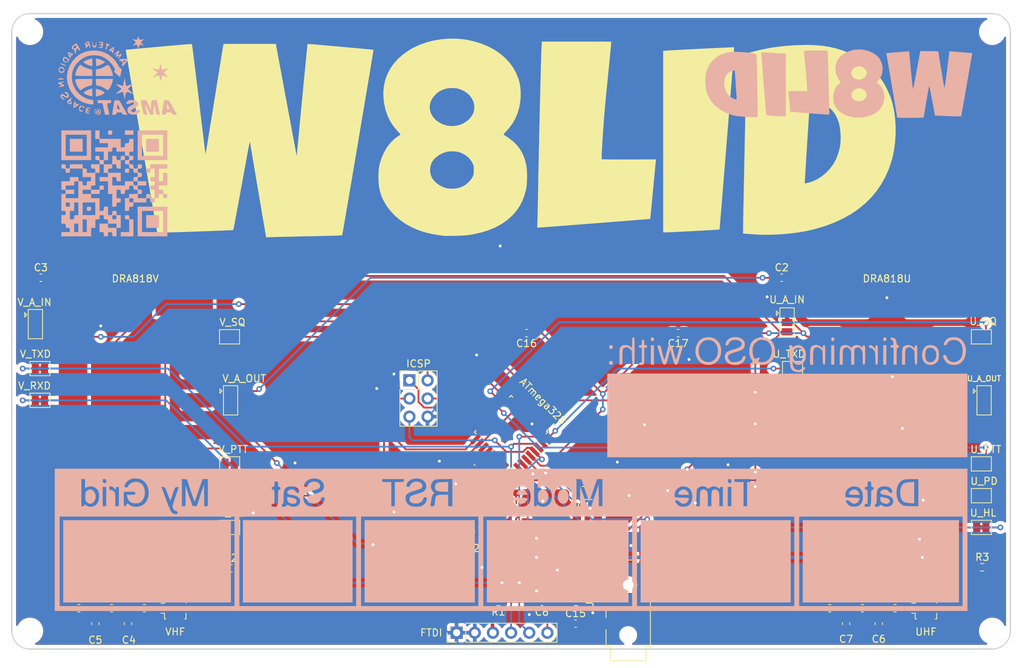
<source format=kicad_pcb>
(kicad_pcb (version 20171130) (host pcbnew 5.1.9)
  (layers (0 F.Cu signal) (31 B.Cu signal) (34 B.Paste user) (35 F.Paste user) (36 B.SilkS user) (37 F.SilkS user) (38 B.Mask user) (39 F.Mask user) (44 Edge.Cuts user))
  (net 0 "")
  (net 1 GND)
  (net 2 "Net-(U1-Pad22)")
  (net 3 "Net-(U1-Pad20)")
  (net 4 "Net-(U1-Pad19)")
  (net 5 "Net-(U1-Pad14)")
  (net 6 "Net-(U1-Pad13)")
  (net 7 "Net-(U1-Pad12)")
  (net 8 "Net-(U1-Pad8)")
  (net 9 "Net-(U1-Pad7)")
  (net 10 "Net-(U2-Pad11)")
  (net 11 "Net-(U2-Pad15)")
  (net 12 "Net-(U2-Pad14)")
  (net 13 "Net-(U2-Pad13)")
  (net 14 "Net-(U2-Pad2)")
  (net 15 "Net-(U2-Pad4)")
  (net 16 "Net-(U3-Pad11)")
  (net 17 "Net-(U3-Pad15)")
  (net 18 "Net-(U3-Pad14)")
  (net 19 "Net-(U3-Pad13)")
  (net 20 "Net-(U3-Pad2)")
  (net 21 "Net-(U3-Pad4)")
  (net 22 "Net-(C2-Pad2)")
  (net 23 "Net-(C2-Pad1)")
  (net 24 "Net-(C3-Pad2)")
  (net 25 "Net-(C3-Pad1)")
  (net 26 "Net-(C4-Pad1)")
  (net 27 "Net-(C5-Pad1)")
  (net 28 "Net-(C6-Pad1)")
  (net 29 "Net-(C7-Pad1)")
  (net 30 "Net-(L3-Pad2)")
  (net 31 "Net-(L6-Pad2)")
  (net 32 "Net-(C8-Pad2)")
  (net 33 "Net-(C8-Pad1)")
  (net 34 VCC)
  (net 35 "Net-(C9-Pad2)")
  (net 36 "Net-(C9-Pad1)")
  (net 37 "Net-(C10-Pad2)")
  (net 38 "Net-(C10-Pad1)")
  (net 39 "Net-(C12-Pad1)")
  (net 40 "Net-(ICSP1-Pad4)")
  (net 41 "Net-(ICSP1-Pad3)")
  (net 42 "Net-(ICSP1-Pad1)")
  (net 43 "Net-(R4-Pad2)")
  (net 44 "Net-(R5-Pad1)")
  (net 45 "Net-(J5-PadR2)")
  (net 46 "Net-(C13-Pad2)")
  (net 47 "Net-(C13-Pad1)")
  (net 48 "Net-(C15-Pad2)")
  (net 49 "Net-(C15-Pad1)")
  (net 50 "Net-(C14-Pad2)")
  (net 51 "Net-(C16-Pad2)")
  (net 52 "Net-(C16-Pad1)")
  (net 53 "Net-(C17-Pad1)")
  (net 54 "Net-(FTDI1-Pad5)")
  (net 55 "Net-(FTDI1-Pad4)")
  (net 56 "Net-(L1-Pad1)")
  (net 57 "Net-(L4-Pad1)")
  (net 58 "Net-(R2-Pad1)")
  (net 59 "Net-(R3-Pad1)")
  (net 60 "Net-(U1-Pad32)")
  (net 61 "Net-(U1-Pad26)")
  (net 62 "Net-(U1-Pad25)")
  (net 63 "Net-(U1-Pad24)")
  (net 64 "Net-(U1-Pad23)")
  (net 65 "Net-(U1-Pad11)")
  (net 66 "Net-(U1-Pad10)")
  (net 67 "Net-(U1-Pad9)")
  (net 68 "Net-(U1-Pad2)")
  (net 69 "Net-(U1-Pad1)")
  (net 70 "Net-(U2-Pad17)")
  (net 71 "Net-(U2-Pad16)")
  (net 72 "Net-(U2-Pad1)")
  (net 73 "Net-(U2-Pad3)")
  (net 74 "Net-(U2-Pad5)")
  (net 75 "Net-(U2-Pad7)")
  (net 76 "Net-(U3-Pad7)")
  (net 77 "Net-(U3-Pad5)")
  (net 78 "Net-(U3-Pad3)")
  (net 79 "Net-(U3-Pad1)")
  (net 80 "Net-(U3-Pad16)")
  (net 81 "Net-(U3-Pad17)")
  (module Capacitor_SMD:C_0603_1608Metric (layer F.Cu) (at 118.618 70.104 180)
    (fp_text reference C17 (at 0 -1.43) (layer F.SilkS))
    (fp_text value 0.47uF)
    (pad 2 smd roundrect (at 0.775 0 180) (size 0.9 0.95) (layers F.Cu F.Paste F.Mask) (net 52 "Net-(C16-Pad1)"))
    (pad 1 smd roundrect (at -0.775 0 180) (size 0.9 0.95) (layers F.Cu F.Paste F.Mask) (net 53 "Net-(C17-Pad1)"))
  )
  (module Capacitor_SMD:C_0603_1608Metric (layer F.Cu) (at 97.409 70.104 180)
    (fp_text reference C16 (at 0 -1.43) (layer F.SilkS))
    (fp_text value 0.47uF)
    (pad 2 smd roundrect (at 0.775 0 180) (size 0.9 0.95) (layers F.Cu F.Paste F.Mask) (net 51 "Net-(C16-Pad2)"))
    (pad 1 smd roundrect (at -0.775 0 180) (size 0.9 0.95) (layers F.Cu F.Paste F.Mask) (net 52 "Net-(C16-Pad1)"))
  )
  (module FeatherWing-template-KiCad-QSL:back_silkscreen (layer B.Cu) (at 95.25 69.85 180)
    (fp_text reference G*** hide)
    (fp_text value LOGO hide)
  )
  (module FeatherWing-template-KiCad-QSL:w8lid_large_silk (layer F.Cu) (at 95.25 42.799)
    (fp_text reference G*** hide)
    (fp_text value LOGO hide)
  )
  (module Capacitor_SMD:C_1206_3216Metric (layer F.Cu) (at 105.918 92.456 180)
    (fp_text reference C14 (at 0 -1.85) (layer F.SilkS))
    (fp_text value 100uF)
    (pad 2 smd roundrect (at 1.475 0 180) (size 1.15 1.8) (layers F.Cu F.Paste F.Mask) (roundrect_rratio 0.2173904347826087) (net 50 "Net-(C14-Pad2)"))
    (pad 1 smd roundrect (at -1.475 0 180) (size 1.15 1.8) (layers F.Cu F.Paste F.Mask) (roundrect_rratio 0.2173904347826087) (net 47 "Net-(C13-Pad1)"))
  )
  (module Resistor_SMD:R_0603_1608Metric (layer F.Cu) (at 104.331 104.648)
    (fp_text reference R9 (at 0 -1.43) (layer F.SilkS))
    (fp_text value 10K)
    (pad 2 smd roundrect (at 0.825 0) (size 0.8 0.95) (layers F.Cu F.Paste F.Mask) (net 45 "Net-(J5-PadR2)"))
    (pad 1 smd roundrect (at -0.825 0) (size 0.8 0.95) (layers F.Cu F.Paste F.Mask) (net 34 VCC))
  )
  (module Resistor_SMD:R_0603_1608Metric (layer F.Cu) (at 104.331 107.696)
    (fp_text reference R8 (at 0 -1.43) (layer F.SilkS))
    (fp_text value 10K)
    (pad 2 smd roundrect (at 0.825 0) (size 0.8 0.95) (layers F.Cu F.Paste F.Mask) (net 48 "Net-(C15-Pad2)"))
    (pad 1 smd roundrect (at -0.825 0) (size 0.8 0.95) (layers F.Cu F.Paste F.Mask) (net 34 VCC))
  )
  (module Capacitor_SMD:C_0603_1608Metric (layer F.Cu) (at 104.267 110.744)
    (fp_text reference C15 (at 0 -1.43) (layer F.SilkS))
    (fp_text value 100nF)
    (pad 2 smd roundrect (at 0.775 0) (size 0.9 0.95) (layers F.Cu F.Paste F.Mask) (net 48 "Net-(C15-Pad2)"))
    (pad 1 smd roundrect (at -0.775 0) (size 0.9 0.95) (layers F.Cu F.Paste F.Mask) (net 49 "Net-(C15-Pad1)"))
  )
  (module Capacitor_SMD:C_1206_3216Metric (layer F.Cu) (at 105.918 96.266 180)
    (fp_text reference C13 (at 0 -1.85) (layer F.SilkS))
    (fp_text value 100uF)
    (pad 2 smd roundrect (at 1.475 0 180) (size 1.15 1.8) (layers F.Cu F.Paste F.Mask) (roundrect_rratio 0.2173904347826087) (net 46 "Net-(C13-Pad2)"))
    (pad 1 smd roundrect (at -1.475 0 180) (size 1.15 1.8) (layers F.Cu F.Paste F.Mask) (roundrect_rratio 0.2173904347826087) (net 47 "Net-(C13-Pad1)"))
  )
  (module Connector_Audio:Jack_3.5mm_PJ320D_Horizontal (layer F.Cu) (at 111.633 107.569 90)
    (fp_text reference J5 (at 0.05 -5.35 90) (layer F.SilkS))
    (fp_text value AudioJack4)
    (pad "" np_thru_hole circle (at 2.225 0 90) (size 1.5 1.5) (drill 1.5) (layers *.Cu *.Mask))
    (pad "" np_thru_hole circle (at -4.775 0 90) (size 1.5 1.5) (drill 1.5) (layers *.Cu *.Mask))
    (pad R2 smd rect (at -3.175 -3.25 90) (size 1.2 2.5) (layers F.Cu F.Paste F.Mask) (net 45 "Net-(J5-PadR2)"))
    (pad R1 smd rect (at -0.175 -3.25 90) (size 1.2 2.5) (layers F.Cu F.Paste F.Mask) (net 48 "Net-(C15-Pad2)"))
    (pad T smd rect (at 3.825 -3.25 90) (size 1.2 2.5) (layers F.Cu F.Paste F.Mask) (net 47 "Net-(C13-Pad1)"))
    (pad S smd rect (at 4.925 3.25 90) (size 1.2 2.5) (layers F.Cu F.Paste F.Mask) (net 1 GND))
  )
  (module Package_SO:TSSOP-8_3x3mm_P0.65mm (layer F.Cu) (at 95.123 96.52)
    (fp_text reference U4 (at 0 -2.55) (layer F.SilkS))
    (fp_text value LM4810)
    (pad 8 smd rect (at 2.15 -0.975) (size 1.1 0.4) (layers F.Cu F.Paste F.Mask) (net 34 VCC))
    (pad 7 smd rect (at 2.15 -0.325) (size 1.1 0.4) (layers F.Cu F.Paste F.Mask) (net 46 "Net-(C13-Pad2)"))
    (pad 6 smd rect (at 2.15 0.325) (size 1.1 0.4) (layers F.Cu F.Paste F.Mask) (net 44 "Net-(R5-Pad1)"))
    (pad 5 smd rect (at 2.15 0.975) (size 1.1 0.4) (layers F.Cu F.Paste F.Mask) (net 1 GND))
    (pad 4 smd rect (at -2.15 0.975) (size 1.1 0.4) (layers F.Cu F.Paste F.Mask) (net 1 GND))
    (pad 3 smd rect (at -2.15 0.325) (size 1.1 0.4) (layers F.Cu F.Paste F.Mask) (net 39 "Net-(C12-Pad1)"))
    (pad 2 smd rect (at -2.15 -0.325) (size 1.1 0.4) (layers F.Cu F.Paste F.Mask) (net 43 "Net-(R4-Pad2)"))
    (pad 1 smd rect (at -2.15 -0.975) (size 1.1 0.4) (layers F.Cu F.Paste F.Mask) (net 50 "Net-(C14-Pad2)"))
  )
  (module Resistor_SMD:R_0603_1608Metric (layer F.Cu) (at 95.123 92.456)
    (fp_text reference R7 (at 0 -1.43) (layer F.SilkS))
    (fp_text value 20k)
    (pad 2 smd roundrect (at 0.825 0) (size 0.8 0.95) (layers F.Cu F.Paste F.Mask) (net 43 "Net-(R4-Pad2)"))
    (pad 1 smd roundrect (at -0.825 0) (size 0.8 0.95) (layers F.Cu F.Paste F.Mask) (net 50 "Net-(C14-Pad2)"))
  )
  (module Resistor_SMD:R_0603_1608Metric (layer F.Cu) (at 100.584 97.028 270)
    (fp_text reference R6 (at 2.286 0 180) (layer F.SilkS))
    (fp_text value 20k)
    (pad 2 smd roundrect (at 0.825 0 270) (size 0.8 0.95) (layers F.Cu F.Paste F.Mask) (net 44 "Net-(R5-Pad1)"))
    (pad 1 smd roundrect (at -0.825 0 270) (size 0.8 0.95) (layers F.Cu F.Paste F.Mask) (net 46 "Net-(C13-Pad2)"))
  )
  (module Resistor_SMD:R_0603_1608Metric (layer F.Cu) (at 104.267 100.076)
    (fp_text reference R5 (at 0 1.524) (layer F.SilkS))
    (fp_text value 20k)
    (pad 2 smd roundrect (at 0.825 0) (size 0.8 0.95) (layers F.Cu F.Paste F.Mask) (net 36 "Net-(C9-Pad1)"))
    (pad 1 smd roundrect (at -0.825 0) (size 0.8 0.95) (layers F.Cu F.Paste F.Mask) (net 44 "Net-(R5-Pad1)"))
  )
  (module Resistor_SMD:R_0603_1608Metric (layer F.Cu) (at 85.09 99.695)
    (fp_text reference R4 (at 0 1.524) (layer F.SilkS))
    (fp_text value 20k)
    (pad 2 smd roundrect (at 0.825 0) (size 0.8 0.95) (layers F.Cu F.Paste F.Mask) (net 43 "Net-(R4-Pad2)"))
    (pad 1 smd roundrect (at -0.825 0) (size 0.8 0.95) (layers F.Cu F.Paste F.Mask) (net 37 "Net-(C10-Pad2)"))
  )
  (module Jumper:SolderJumper-3_P1.3mm_Bridged12_Pad1.0x1.5mm (layer F.Cu) (at 28.702 68.834 270)
    (fp_text reference V_A_IN (at -3.048 0.127 180) (layer F.SilkS))
    (fp_text value SolderJumper_3_Bridged12)
    (fp_poly (pts (xy -0.9 -0.3) (xy -0.4 -0.3) (xy -0.4 0.3) (xy -0.9 0.3)) (layer F.Cu) (width 0))
    (pad 2 smd rect (at 0 0 270) (size 1 1.5) (layers F.Cu F.Mask) (net 51 "Net-(C16-Pad2)"))
    (pad 3 smd rect (at 1.3 0 270) (size 1 1.5) (layers F.Cu F.Mask) (net 49 "Net-(C15-Pad1)"))
    (pad 1 smd rect (at -1.3 0 270) (size 1 1.5) (layers F.Cu F.Mask) (net 25 "Net-(C3-Pad1)"))
  )
  (module Jumper:SolderJumper-3_P1.3mm_Bridged12_Pad1.0x1.5mm (layer F.Cu) (at 161.417 79.502 270)
    (fp_text reference U_A_OUT (at -3.048 0 180) (layer F.SilkS) (effects (font (size 0.75 0.75))))
    (fp_text value SolderJumper_3_Bridged12)
    (fp_poly (pts (xy -0.9 -0.3) (xy -0.4 -0.3) (xy -0.4 0.3) (xy -0.9 0.3)) (layer F.Cu) (width 0))
    (pad 2 smd rect (at 0 0 270) (size 1 1.5) (layers F.Cu F.Mask) (net 78 "Net-(U3-Pad3)"))
    (pad 3 smd rect (at 1.3 0 270) (size 1 1.5) (layers F.Cu F.Mask) (net 35 "Net-(C9-Pad2)"))
    (pad 1 smd rect (at -1.3 0 270) (size 1 1.5) (layers F.Cu F.Mask) (net 24 "Net-(C3-Pad2)"))
  )
  (module Jumper:SolderJumper-3_P1.3mm_Bridged12_Pad1.0x1.5mm (layer F.Cu) (at 133.858 68.61 270)
    (fp_text reference U_A_IN (at -3.205 0 180) (layer F.SilkS))
    (fp_text value SolderJumper_3_Bridged12)
    (fp_poly (pts (xy -0.9 -0.3) (xy -0.4 -0.3) (xy -0.4 0.3) (xy -0.9 0.3)) (layer F.Cu) (width 0))
    (pad 2 smd rect (at 0 0 270) (size 1 1.5) (layers F.Cu F.Mask) (net 53 "Net-(C17-Pad1)"))
    (pad 3 smd rect (at 1.3 0 270) (size 1 1.5) (layers F.Cu F.Mask) (net 49 "Net-(C15-Pad1)"))
    (pad 1 smd rect (at -1.3 0 270) (size 1 1.5) (layers F.Cu F.Mask) (net 22 "Net-(C2-Pad2)"))
  )
  (module Jumper:SolderJumper-3_P1.3mm_Bridged12_Pad1.0x1.5mm (layer F.Cu) (at 56.007 79.502 270)
    (fp_text reference V_A_OUT (at -3.048 -1.905 180) (layer F.SilkS))
    (fp_text value SolderJumper_3_Bridged12)
    (fp_poly (pts (xy -0.9 -0.3) (xy -0.4 -0.3) (xy -0.4 0.3) (xy -0.9 0.3)) (layer F.Cu) (width 0))
    (pad 2 smd rect (at 0 0 270) (size 1 1.5) (layers F.Cu F.Mask) (net 73 "Net-(U2-Pad3)"))
    (pad 3 smd rect (at 1.3 0 270) (size 1 1.5) (layers F.Cu F.Mask) (net 38 "Net-(C10-Pad1)"))
    (pad 1 smd rect (at -1.3 0 270) (size 1 1.5) (layers F.Cu F.Mask) (net 23 "Net-(C2-Pad1)"))
  )
  (module Connector_PinHeader_2.54mm:PinHeader_2x03_P2.54mm_Vertical (layer F.Cu) (at 81.026 76.708)
    (fp_text reference ICSP (at 1.27 -2.33) (layer F.SilkS))
    (fp_text value Conn_02x03_Odd_Even)
    (pad 6 thru_hole oval (at 2.54 5.08) (size 1.7 1.7) (drill 1) (layers *.Cu *.Mask) (net 1 GND))
    (pad 5 thru_hole oval (at 0 5.08) (size 1.7 1.7) (drill 1) (layers *.Cu *.Mask) (net 32 "Net-(C8-Pad2)"))
    (pad 4 thru_hole oval (at 2.54 2.54) (size 1.7 1.7) (drill 1) (layers *.Cu *.Mask) (net 40 "Net-(ICSP1-Pad4)"))
    (pad 3 thru_hole oval (at 0 2.54) (size 1.7 1.7) (drill 1) (layers *.Cu *.Mask) (net 41 "Net-(ICSP1-Pad3)"))
    (pad 2 thru_hole oval (at 2.54 0) (size 1.7 1.7) (drill 1) (layers *.Cu *.Mask) (net 34 VCC))
    (pad 1 thru_hole rect (at 0 0) (size 1.7 1.7) (drill 1) (layers *.Cu *.Mask) (net 42 "Net-(ICSP1-Pad1)"))
  )
  (module Resistor_SMD:R_0805_2012Metric (layer F.Cu) (at 89.408 97.79 270)
    (fp_text reference C12 (at 2.413 0 180) (layer F.SilkS))
    (fp_text value 4.7uF)
    (pad 2 smd roundrect (at 0.9125 0 270) (size 1.025 1.4) (layers F.Cu F.Paste F.Mask) (roundrect_rratio 0.2439014634146341) (net 1 GND))
    (pad 1 smd roundrect (at -0.9125 0 270) (size 1.025 1.4) (layers F.Cu F.Paste F.Mask) (roundrect_rratio 0.2439014634146341) (net 39 "Net-(C12-Pad1)"))
  )
  (module Capacitor_SMD:C_0603_1608Metric (layer F.Cu) (at 93.599 99.949 180)
    (fp_text reference C11 (at 0 -1.43) (layer F.SilkS))
    (fp_text value 1uF)
    (pad 2 smd roundrect (at 0.775 0 180) (size 0.9 0.95) (layers F.Cu F.Paste F.Mask) (net 1 GND))
    (pad 1 smd roundrect (at -0.775 0 180) (size 0.9 0.95) (layers F.Cu F.Paste F.Mask) (net 34 VCC))
  )
  (module Capacitor_SMD:C_0603_1608Metric (layer F.Cu) (at 81.534 99.695)
    (fp_text reference C10 (at 0 1.524) (layer F.SilkS))
    (fp_text value 0.47uF)
    (pad 2 smd roundrect (at 0.775 0) (size 0.9 0.95) (layers F.Cu F.Paste F.Mask) (net 37 "Net-(C10-Pad2)"))
    (pad 1 smd roundrect (at -0.775 0) (size 0.9 0.95) (layers F.Cu F.Paste F.Mask) (net 38 "Net-(C10-Pad1)"))
  )
  (module Capacitor_SMD:C_0603_1608Metric (layer F.Cu) (at 107.823 100.076)
    (fp_text reference C9 (at 0 1.524) (layer F.SilkS))
    (fp_text value 0.47uF)
    (pad 2 smd roundrect (at 0.775 0) (size 0.9 0.95) (layers F.Cu F.Paste F.Mask) (net 35 "Net-(C9-Pad2)"))
    (pad 1 smd roundrect (at -0.775 0) (size 0.9 0.95) (layers F.Cu F.Paste F.Mask) (net 36 "Net-(C9-Pad1)"))
  )
  (module DRA818U_AND_V_Kicad-master:DRA818 (layer F.Cu) (at 147.828 83.947 270)
    (fp_text reference U3 hide)
    (fp_text value DRA818U (at -21.463 0 180) (layer F.SilkS))
    (pad 7 smd rect (at 13.35 -8.7 270) (size 2 4) (layers F.Cu F.Paste F.Mask) (net 76 "Net-(U3-Pad7)"))
    (pad 6 smd rect (at 8.9 -8.7 270) (size 2 4) (layers F.Cu F.Paste F.Mask) (net 59 "Net-(R3-Pad1)"))
    (pad 5 smd rect (at 4.45 -8.7 270) (size 2 4) (layers F.Cu F.Paste F.Mask) (net 77 "Net-(U3-Pad5)"))
    (pad 4 smd rect (at 0 -8.7 270) (size 2 4) (layers F.Cu F.Paste F.Mask) (net 21 "Net-(U3-Pad4)"))
    (pad 3 smd rect (at -4.45 -8.7 270) (size 2 4) (layers F.Cu F.Paste F.Mask) (net 78 "Net-(U3-Pad3)"))
    (pad 2 smd rect (at -8.9 -8.7 270) (size 2 4) (layers F.Cu F.Paste F.Mask) (net 20 "Net-(U3-Pad2)"))
    (pad 1 smd rect (at -13.35 -8.7 270) (size 2 4) (layers F.Cu F.Paste F.Mask) (net 79 "Net-(U3-Pad1)"))
    (pad 12 smd rect (at 13.35 8.7 270) (size 2 4) (layers F.Cu F.Paste F.Mask) (net 31 "Net-(L6-Pad2)"))
    (pad 13 smd rect (at 8.9 8.7 270) (size 2 4) (layers F.Cu F.Paste F.Mask) (net 19 "Net-(U3-Pad13)"))
    (pad 14 smd rect (at 4.45 8.7 270) (size 2 4) (layers F.Cu F.Paste F.Mask) (net 18 "Net-(U3-Pad14)"))
    (pad 15 smd rect (at 0 8.7 270) (size 2 4) (layers F.Cu F.Paste F.Mask) (net 17 "Net-(U3-Pad15)"))
    (pad 16 smd rect (at -4.45 8.7 270) (size 2 4) (layers F.Cu F.Paste F.Mask) (net 80 "Net-(U3-Pad16)"))
    (pad 17 smd rect (at -8.9 8.7 270) (size 2 4) (layers F.Cu F.Paste F.Mask) (net 81 "Net-(U3-Pad17)"))
    (pad 18 smd rect (at -13.35 8.7 270) (size 2 4) (layers F.Cu F.Paste F.Mask) (net 53 "Net-(C17-Pad1)"))
    (pad 8 smd rect (at 17.526 -6.858) (size 2 4) (layers F.Cu F.Paste F.Mask) (net 34 VCC))
    (pad 9 smd rect (at 17.526 -2.286) (size 2 4) (layers F.Cu F.Paste F.Mask) (net 1 GND))
    (pad 10 smd rect (at 17.526 2.286) (size 2 4) (layers F.Cu F.Paste F.Mask) (net 1 GND))
    (pad 11 smd rect (at 17.526 6.858) (size 2 4) (layers F.Cu F.Paste F.Mask) (net 16 "Net-(U3-Pad11)"))
    (pad P2 smd rect (at -18.288 -6.858 270) (size 4 8) (layers F.Cu F.Paste F.Mask))
    (pad P3 smd rect (at -18.288 6.858 270) (size 4 8) (layers F.Cu F.Paste F.Mask))
    (pad P1 smd rect (at 11.1 0 270) (size 6.5 6.6) (layers F.Cu F.Paste F.Mask))
  )
  (module DRA818U_AND_V_Kicad-master:DRA818 (layer F.Cu) (at 42.672 83.947 270)
    (fp_text reference U2 hide)
    (fp_text value DRA818V (at -21.463 0 180) (layer F.SilkS))
    (pad P1 smd rect (at 11.1 0 270) (size 6.5 6.6) (layers F.Cu F.Paste F.Mask))
    (pad P3 smd rect (at -18.288 6.858 270) (size 4 8) (layers F.Cu F.Paste F.Mask))
    (pad P2 smd rect (at -18.288 -6.858 270) (size 4 8) (layers F.Cu F.Paste F.Mask))
    (pad 11 smd rect (at 17.526 6.858) (size 2 4) (layers F.Cu F.Paste F.Mask) (net 10 "Net-(U2-Pad11)"))
    (pad 10 smd rect (at 17.526 2.286) (size 2 4) (layers F.Cu F.Paste F.Mask) (net 1 GND))
    (pad 9 smd rect (at 17.526 -2.286) (size 2 4) (layers F.Cu F.Paste F.Mask) (net 1 GND))
    (pad 8 smd rect (at 17.526 -6.858) (size 2 4) (layers F.Cu F.Paste F.Mask) (net 34 VCC))
    (pad 18 smd rect (at -13.35 8.7 270) (size 2 4) (layers F.Cu F.Paste F.Mask) (net 51 "Net-(C16-Pad2)"))
    (pad 17 smd rect (at -8.9 8.7 270) (size 2 4) (layers F.Cu F.Paste F.Mask) (net 70 "Net-(U2-Pad17)"))
    (pad 16 smd rect (at -4.45 8.7 270) (size 2 4) (layers F.Cu F.Paste F.Mask) (net 71 "Net-(U2-Pad16)"))
    (pad 15 smd rect (at 0 8.7 270) (size 2 4) (layers F.Cu F.Paste F.Mask) (net 11 "Net-(U2-Pad15)"))
    (pad 14 smd rect (at 4.45 8.7 270) (size 2 4) (layers F.Cu F.Paste F.Mask) (net 12 "Net-(U2-Pad14)"))
    (pad 13 smd rect (at 8.9 8.7 270) (size 2 4) (layers F.Cu F.Paste F.Mask) (net 13 "Net-(U2-Pad13)"))
    (pad 12 smd rect (at 13.35 8.7 270) (size 2 4) (layers F.Cu F.Paste F.Mask) (net 30 "Net-(L3-Pad2)"))
    (pad 1 smd rect (at -13.35 -8.7 270) (size 2 4) (layers F.Cu F.Paste F.Mask) (net 72 "Net-(U2-Pad1)"))
    (pad 2 smd rect (at -8.9 -8.7 270) (size 2 4) (layers F.Cu F.Paste F.Mask) (net 14 "Net-(U2-Pad2)"))
    (pad 3 smd rect (at -4.45 -8.7 270) (size 2 4) (layers F.Cu F.Paste F.Mask) (net 73 "Net-(U2-Pad3)"))
    (pad 4 smd rect (at 0 -8.7 270) (size 2 4) (layers F.Cu F.Paste F.Mask) (net 15 "Net-(U2-Pad4)"))
    (pad 5 smd rect (at 4.45 -8.7 270) (size 2 4) (layers F.Cu F.Paste F.Mask) (net 74 "Net-(U2-Pad5)"))
    (pad 6 smd rect (at 8.9 -8.7 270) (size 2 4) (layers F.Cu F.Paste F.Mask) (net 58 "Net-(R2-Pad1)"))
    (pad 7 smd rect (at 13.35 -8.7 270) (size 2 4) (layers F.Cu F.Paste F.Mask) (net 75 "Net-(U2-Pad7)"))
  )
  (module Capacitor_SMD:C_0603_1608Metric (layer F.Cu) (at 89.789 88.9 315)
    (fp_text reference C1 (at 0 1.616446 135) (layer F.SilkS))
    (fp_text value 100nF)
    (pad 2 smd roundrect (at 0.775 0 315) (size 0.9 0.95) (layers F.Cu F.Paste F.Mask) (net 1 GND))
    (pad 1 smd roundrect (at -0.775 0 315) (size 0.9 0.95) (layers F.Cu F.Paste F.Mask) (net 34 VCC))
  )
  (module Resistor_SMD:R_0603_1608Metric (layer F.Cu) (at 161.163 102.87)
    (fp_text reference R3 (at 0 -1.43) (layer F.SilkS))
    (fp_text value 10k)
    (pad 2 smd roundrect (at 0.825 0) (size 0.8 0.95) (layers F.Cu F.Paste F.Mask) (net 1 GND))
    (pad 1 smd roundrect (at -0.825 0) (size 0.8 0.95) (layers F.Cu F.Paste F.Mask) (net 59 "Net-(R3-Pad1)"))
  )
  (module Resistor_SMD:R_0603_1608Metric (layer F.Cu) (at 56.007 102.997)
    (fp_text reference R2 (at 0 -1.43) (layer F.SilkS))
    (fp_text value 10k)
    (pad 2 smd roundrect (at 0.825 0) (size 0.8 0.95) (layers F.Cu F.Paste F.Mask) (net 1 GND))
    (pad 1 smd roundrect (at -0.825 0) (size 0.8 0.95) (layers F.Cu F.Paste F.Mask) (net 58 "Net-(R2-Pad1)"))
  )
  (module Resistor_SMD:R_0603_1608Metric (layer F.Cu) (at 93.472 107.696)
    (fp_text reference R1 (at 0 1.397) (layer F.SilkS))
    (fp_text value 10k)
    (pad 2 smd roundrect (at 0.825 0) (size 0.8 0.95) (layers F.Cu F.Paste F.Mask) (net 32 "Net-(C8-Pad2)"))
    (pad 1 smd roundrect (at -0.825 0) (size 0.8 0.95) (layers F.Cu F.Paste F.Mask) (net 34 VCC))
  )
  (module Connector_PinHeader_2.54mm:PinHeader_1x06_P2.54mm_Vertical (layer F.Cu) (at 87.63 112.014 90)
    (fp_text reference FTDI (at 0 -3.556 180) (layer F.SilkS))
    (fp_text value FTDI)
    (pad 6 thru_hole oval (at 0 12.7 90) (size 1.7 1.7) (drill 1) (layers *.Cu *.Mask) (net 33 "Net-(C8-Pad1)"))
    (pad 5 thru_hole oval (at 0 10.16 90) (size 1.7 1.7) (drill 1) (layers *.Cu *.Mask) (net 54 "Net-(FTDI1-Pad5)"))
    (pad 4 thru_hole oval (at 0 7.62 90) (size 1.7 1.7) (drill 1) (layers *.Cu *.Mask) (net 55 "Net-(FTDI1-Pad4)"))
    (pad 3 thru_hole oval (at 0 5.08 90) (size 1.7 1.7) (drill 1) (layers *.Cu *.Mask) (net 34 VCC))
    (pad 2 thru_hole oval (at 0 2.54 90) (size 1.7 1.7) (drill 1) (layers *.Cu *.Mask) (net 1 GND))
    (pad 1 thru_hole rect (at 0 0 90) (size 1.7 1.7) (drill 1) (layers *.Cu *.Mask) (net 1 GND))
  )
  (module Capacitor_SMD:C_0603_1608Metric (layer F.Cu) (at 99.555 107.696 180)
    (fp_text reference C8 (at 0 -1.43) (layer F.SilkS))
    (fp_text value 100nF)
    (pad 2 smd roundrect (at 0.775 0 180) (size 0.9 0.95) (layers F.Cu F.Paste F.Mask) (net 32 "Net-(C8-Pad2)"))
    (pad 1 smd roundrect (at -0.775 0 180) (size 0.9 0.95) (layers F.Cu F.Paste F.Mask) (net 33 "Net-(C8-Pad1)"))
  )
  (module Jumper:SolderJumper-2_P1.3mm_Bridged_Pad1.0x1.5mm (layer F.Cu) (at 161.036 88.392 180)
    (fp_text reference U_PTT (at -0.635 2.032) (layer F.SilkS))
    (fp_text value Jumper)
    (fp_poly (pts (xy -0.25 -0.3) (xy 0.25 -0.3) (xy 0.25 0.3) (xy -0.25 0.3)) (layer F.Cu) (width 0))
    (pad 2 smd rect (at 0.65 0 180) (size 1 1.5) (layers F.Cu F.Mask) (net 77 "Net-(U3-Pad5)"))
    (pad 1 smd rect (at -0.65 0 180) (size 1 1.5) (layers F.Cu F.Mask) (net 65 "Net-(U1-Pad11)"))
  )
  (module Jumper:SolderJumper-2_P1.3mm_Bridged_Pad1.0x1.5mm (layer F.Cu) (at 161.036 70.612 180)
    (fp_text reference U_SQ (at -0.254 2.159) (layer F.SilkS))
    (fp_text value Jumper)
    (fp_poly (pts (xy -0.25 -0.3) (xy 0.25 -0.3) (xy 0.25 0.3) (xy -0.25 0.3)) (layer F.Cu) (width 0))
    (pad 2 smd rect (at 0.65 0 180) (size 1 1.5) (layers F.Cu F.Mask) (net 79 "Net-(U3-Pad1)"))
    (pad 1 smd rect (at -0.65 0 180) (size 1 1.5) (layers F.Cu F.Mask) (net 66 "Net-(U1-Pad10)"))
  )
  (module Jumper:SolderJumper-2_P1.3mm_Bridged_Pad1.0x1.5mm (layer F.Cu) (at 55.865 70.612 180)
    (fp_text reference V_SQ (at -0.396 2.032) (layer F.SilkS))
    (fp_text value Jumper)
    (fp_poly (pts (xy -0.25 -0.3) (xy 0.25 -0.3) (xy 0.25 0.3) (xy -0.25 0.3)) (layer F.Cu) (width 0))
    (pad 2 smd rect (at 0.65 0 180) (size 1 1.5) (layers F.Cu F.Mask) (net 72 "Net-(U2-Pad1)"))
    (pad 1 smd rect (at -0.65 0 180) (size 1 1.5) (layers F.Cu F.Mask) (net 67 "Net-(U1-Pad9)"))
  )
  (module Jumper:SolderJumper-2_P1.3mm_Bridged_Pad1.0x1.5mm (layer F.Cu) (at 55.88 88.392 180)
    (fp_text reference V_PTT (at -0.508 2.032) (layer F.SilkS))
    (fp_text value Jumper)
    (fp_poly (pts (xy -0.25 -0.3) (xy 0.25 -0.3) (xy 0.25 0.3) (xy -0.25 0.3)) (layer F.Cu) (width 0))
    (pad 2 smd rect (at 0.65 0 180) (size 1 1.5) (layers F.Cu F.Mask) (net 74 "Net-(U2-Pad5)"))
    (pad 1 smd rect (at -0.65 0 180) (size 1 1.5) (layers F.Cu F.Mask) (net 68 "Net-(U1-Pad2)"))
  )
  (module Jumper:SolderJumper-2_P1.3mm_Bridged_Pad1.0x1.5mm (layer F.Cu) (at 134.62 79.502)
    (fp_text reference U_RXD (at -0.762 -2.032) (layer F.SilkS))
    (fp_text value Jumper)
    (fp_poly (pts (xy -0.25 -0.3) (xy 0.25 -0.3) (xy 0.25 0.3) (xy -0.25 0.3)) (layer F.Cu) (width 0))
    (pad 2 smd rect (at 0.65 0) (size 1 1.5) (layers F.Cu F.Mask) (net 80 "Net-(U3-Pad16)"))
    (pad 1 smd rect (at -0.65 0) (size 1 1.5) (layers F.Cu F.Mask) (net 69 "Net-(U1-Pad1)"))
  )
  (module Jumper:SolderJumper-2_P1.3mm_Bridged_Pad1.0x1.5mm (layer F.Cu) (at 134.62 75.057)
    (fp_text reference U_TXD (at -0.508 -2.032) (layer F.SilkS))
    (fp_text value Jumper)
    (fp_poly (pts (xy -0.25 -0.3) (xy 0.25 -0.3) (xy 0.25 0.3) (xy -0.25 0.3)) (layer F.Cu) (width 0))
    (pad 2 smd rect (at 0.65 0) (size 1 1.5) (layers F.Cu F.Mask) (net 81 "Net-(U3-Pad17)"))
    (pad 1 smd rect (at -0.65 0) (size 1 1.5) (layers F.Cu F.Mask) (net 60 "Net-(U1-Pad32)"))
  )
  (module Jumper:SolderJumper-2_P1.3mm_Bridged_Pad1.0x1.5mm (layer F.Cu) (at 29.337 79.502)
    (fp_text reference V_RXD (at -0.762 -2.032) (layer F.SilkS))
    (fp_text value Jumper)
    (fp_poly (pts (xy -0.25 -0.3) (xy 0.25 -0.3) (xy 0.25 0.3) (xy -0.25 0.3)) (layer F.Cu) (width 0))
    (pad 2 smd rect (at 0.65 0) (size 1 1.5) (layers F.Cu F.Mask) (net 71 "Net-(U2-Pad16)"))
    (pad 1 smd rect (at -0.65 0) (size 1 1.5) (layers F.Cu F.Mask) (net 54 "Net-(FTDI1-Pad5)"))
  )
  (module Jumper:SolderJumper-2_P1.3mm_Bridged_Pad1.0x1.5mm (layer F.Cu) (at 29.337 75.057)
    (fp_text reference V_TXD (at -0.635 -2.032) (layer F.SilkS))
    (fp_text value Jumper)
    (fp_poly (pts (xy -0.25 -0.3) (xy 0.25 -0.3) (xy 0.25 0.3) (xy -0.25 0.3)) (layer F.Cu) (width 0))
    (pad 2 smd rect (at 0.65 0) (size 1 1.5) (layers F.Cu F.Mask) (net 70 "Net-(U2-Pad17)"))
    (pad 1 smd rect (at -0.65 0) (size 1 1.5) (layers F.Cu F.Mask) (net 55 "Net-(FTDI1-Pad4)"))
  )
  (module Jumper:SolderJumper-2_P1.3mm_Bridged_Pad1.0x1.5mm (layer F.Cu) (at 161.036 97.282 180)
    (fp_text reference U_HL (at -0.254 2.032) (layer F.SilkS))
    (fp_text value Jumper)
    (fp_poly (pts (xy -0.25 -0.3) (xy 0.25 -0.3) (xy 0.25 0.3) (xy -0.25 0.3)) (layer F.Cu) (width 0))
    (pad 2 smd rect (at 0.65 0 180) (size 1 1.5) (layers F.Cu F.Mask) (net 76 "Net-(U3-Pad7)"))
    (pad 1 smd rect (at -0.65 0 180) (size 1 1.5) (layers F.Cu F.Mask) (net 61 "Net-(U1-Pad26)"))
  )
  (module Jumper:SolderJumper-2_P1.3mm_Bridged_Pad1.0x1.5mm (layer F.Cu) (at 161.036 92.837 180)
    (fp_text reference U_PD (at -0.381 2.032) (layer F.SilkS))
    (fp_text value Jumper)
    (fp_poly (pts (xy -0.25 -0.3) (xy 0.25 -0.3) (xy 0.25 0.3) (xy -0.25 0.3)) (layer F.Cu) (width 0))
    (pad 2 smd rect (at 0.65 0 180) (size 1 1.5) (layers F.Cu F.Mask) (net 59 "Net-(R3-Pad1)"))
    (pad 1 smd rect (at -0.65 0 180) (size 1 1.5) (layers F.Cu F.Mask) (net 62 "Net-(U1-Pad25)"))
  )
  (module Jumper:SolderJumper-2_P1.3mm_Bridged_Pad1.0x1.5mm (layer F.Cu) (at 55.88 97.282 180)
    (fp_text reference V_HL (at -0.254 2.032) (layer F.SilkS))
    (fp_text value Jumper)
    (fp_poly (pts (xy -0.25 -0.3) (xy 0.25 -0.3) (xy 0.25 0.3) (xy -0.25 0.3)) (layer F.Cu) (width 0))
    (pad 2 smd rect (at 0.65 0 180) (size 1 1.5) (layers F.Cu F.Mask) (net 75 "Net-(U2-Pad7)"))
    (pad 1 smd rect (at -0.65 0 180) (size 1 1.5) (layers F.Cu F.Mask) (net 63 "Net-(U1-Pad24)"))
  )
  (module Jumper:SolderJumper-2_P1.3mm_Bridged_Pad1.0x1.5mm (layer F.Cu) (at 55.88 92.837 180)
    (fp_text reference V_PD (at -0.381 2.032) (layer F.SilkS))
    (fp_text value Jumper)
    (fp_poly (pts (xy -0.25 -0.3) (xy 0.25 -0.3) (xy 0.25 0.3) (xy -0.25 0.3)) (layer F.Cu) (width 0))
    (pad 2 smd rect (at 0.65 0 180) (size 1 1.5) (layers F.Cu F.Mask) (net 58 "Net-(R2-Pad1)"))
    (pad 1 smd rect (at -0.65 0 180) (size 1 1.5) (layers F.Cu F.Mask) (net 64 "Net-(U1-Pad23)"))
  )
  (module Inductor_SMD:L_0603_1608Metric (layer F.Cu) (at 139.827 108.585 180)
    (fp_text reference L6 (at 0 1.397) (layer F.SilkS))
    (fp_text value 18nH)
    (pad 2 smd roundrect (at 0.7875 0 180) (size 0.875 0.95) (layers F.Cu F.Paste F.Mask) (net 31 "Net-(L6-Pad2)"))
    (pad 1 smd roundrect (at -0.7875 0 180) (size 0.875 0.95) (layers F.Cu F.Paste F.Mask) (net 29 "Net-(C7-Pad1)"))
  )
  (module Inductor_SMD:L_0603_1608Metric (layer F.Cu) (at 144.399 108.585 180)
    (fp_text reference L5 (at 0 1.397) (layer F.SilkS))
    (fp_text value 30nH)
    (pad 2 smd roundrect (at 0.7875 0 180) (size 0.875 0.95) (layers F.Cu F.Paste F.Mask) (net 29 "Net-(C7-Pad1)"))
    (pad 1 smd roundrect (at -0.7875 0 180) (size 0.875 0.95) (layers F.Cu F.Paste F.Mask) (net 28 "Net-(C6-Pad1)"))
  )
  (module Inductor_SMD:L_0603_1608Metric (layer F.Cu) (at 148.971 108.585 180)
    (fp_text reference L4 (at 0 1.397) (layer F.SilkS))
    (fp_text value 18nH)
    (pad 2 smd roundrect (at 0.7875 0 180) (size 0.875 0.95) (layers F.Cu F.Paste F.Mask) (net 28 "Net-(C6-Pad1)"))
    (pad 1 smd roundrect (at -0.7875 0 180) (size 0.875 0.95) (layers F.Cu F.Paste F.Mask) (net 57 "Net-(L4-Pad1)"))
  )
  (module Inductor_SMD:L_0603_1608Metric (layer F.Cu) (at 34.7725 108.585 180)
    (fp_text reference L3 (at 0 1.397) (layer F.SilkS))
    (fp_text value 56nH)
    (pad 2 smd roundrect (at 0.7875 0 180) (size 0.875 0.95) (layers F.Cu F.Paste F.Mask) (net 30 "Net-(L3-Pad2)"))
    (pad 1 smd roundrect (at -0.7875 0 180) (size 0.875 0.95) (layers F.Cu F.Paste F.Mask) (net 27 "Net-(C5-Pad1)"))
  )
  (module Inductor_SMD:L_0603_1608Metric (layer F.Cu) (at 39.37 108.585 180)
    (fp_text reference L2 (at 0 1.397) (layer F.SilkS))
    (fp_text value 100nH)
    (pad 2 smd roundrect (at 0.7875 0 180) (size 0.875 0.95) (layers F.Cu F.Paste F.Mask) (net 27 "Net-(C5-Pad1)"))
    (pad 1 smd roundrect (at -0.7875 0 180) (size 0.875 0.95) (layers F.Cu F.Paste F.Mask) (net 26 "Net-(C4-Pad1)"))
  )
  (module Inductor_SMD:L_0603_1608Metric (layer F.Cu) (at 43.942 108.585 180)
    (fp_text reference L1 (at 0 1.397) (layer F.SilkS))
    (fp_text value 56nH)
    (pad 2 smd roundrect (at 0.7875 0 180) (size 0.875 0.95) (layers F.Cu F.Paste F.Mask) (net 26 "Net-(C4-Pad1)"))
    (pad 1 smd roundrect (at -0.7875 0 180) (size 0.875 0.95) (layers F.Cu F.Paste F.Mask) (net 56 "Net-(L1-Pad1)"))
  )
  (module Connector_Coaxial:U.FL_Molex_MCRF_73412-0110_Vertical (layer F.Cu) (at 153.289 108.585 270)
    (fp_text reference UHF (at 3.302 0 180) (layer F.SilkS))
    (fp_text value UHF)
    (pad 1 smd rect (at 0 1.5 270) (size 1 1) (layers F.Cu F.Paste F.Mask) (net 57 "Net-(L4-Pad1)"))
    (pad 2 smd rect (at 0 -1.5 270) (size 1 1) (layers F.Cu F.Paste F.Mask) (net 1 GND))
    (pad 2 smd rect (at 1.475 0 270) (size 1.05 2.2) (layers F.Cu F.Paste F.Mask) (net 1 GND))
    (pad 2 smd rect (at -1.475 0 270) (size 1.05 2.2) (layers F.Cu F.Paste F.Mask) (net 1 GND))
  )
  (module Connector_Coaxial:U.FL_Molex_MCRF_73412-0110_Vertical (layer F.Cu) (at 48.26 108.585 270)
    (fp_text reference VHF (at 3.302 0) (layer F.SilkS))
    (fp_text value VHF)
    (pad 1 smd rect (at 0 1.5 270) (size 1 1) (layers F.Cu F.Paste F.Mask) (net 56 "Net-(L1-Pad1)"))
    (pad 2 smd rect (at 0 -1.5 270) (size 1 1) (layers F.Cu F.Paste F.Mask) (net 1 GND))
    (pad 2 smd rect (at 1.475 0 270) (size 1.05 2.2) (layers F.Cu F.Paste F.Mask) (net 1 GND))
    (pad 2 smd rect (at -1.475 0 270) (size 1.05 2.2) (layers F.Cu F.Paste F.Mask) (net 1 GND))
  )
  (module Capacitor_SMD:C_0603_1608Metric (layer F.Cu) (at 142.113 110.744 270)
    (fp_text reference C7 (at 2.159 0 180) (layer F.SilkS))
    (fp_text value 8.7pF)
    (pad 2 smd roundrect (at 0.775 0 270) (size 0.9 0.95) (layers F.Cu F.Paste F.Mask) (net 1 GND))
    (pad 1 smd roundrect (at -0.775 0 270) (size 0.9 0.95) (layers F.Cu F.Paste F.Mask) (net 29 "Net-(C7-Pad1)"))
  )
  (module Capacitor_SMD:C_0603_1608Metric (layer F.Cu) (at 146.685 110.744 270)
    (fp_text reference C6 (at 2.159 0 180) (layer F.SilkS))
    (fp_text value 8.7pF)
    (pad 2 smd roundrect (at 0.775 0 270) (size 0.9 0.95) (layers F.Cu F.Paste F.Mask) (net 1 GND))
    (pad 1 smd roundrect (at -0.775 0 270) (size 0.9 0.95) (layers F.Cu F.Paste F.Mask) (net 28 "Net-(C6-Pad1)"))
  )
  (module Capacitor_SMD:C_0603_1608Metric (layer F.Cu) (at 37.084 110.744 270)
    (fp_text reference C5 (at 2.286 0 180) (layer F.SilkS))
    (fp_text value 27pF)
    (pad 2 smd roundrect (at 0.775 0 270) (size 0.9 0.95) (layers F.Cu F.Paste F.Mask) (net 1 GND))
    (pad 1 smd roundrect (at -0.775 0 270) (size 0.9 0.95) (layers F.Cu F.Paste F.Mask) (net 27 "Net-(C5-Pad1)"))
  )
  (module Capacitor_SMD:C_0603_1608Metric (layer F.Cu) (at 41.656 110.744 270)
    (fp_text reference C4 (at 2.286 -0.127 180) (layer F.SilkS))
    (fp_text value 27pF)
    (pad 2 smd roundrect (at 0.775 0 270) (size 0.9 0.95) (layers F.Cu F.Paste F.Mask) (net 1 GND))
    (pad 1 smd roundrect (at -0.775 0 270) (size 0.9 0.95) (layers F.Cu F.Paste F.Mask) (net 26 "Net-(C4-Pad1)"))
  )
  (module Capacitor_SMD:C_0603_1608Metric (layer F.Cu) (at 29.464 62.357)
    (fp_text reference C3 (at 0 -1.43) (layer F.SilkS))
    (fp_text value 0.47uF)
    (pad 2 smd roundrect (at 0.775 0) (size 0.9 0.95) (layers F.Cu F.Paste F.Mask) (net 24 "Net-(C3-Pad2)"))
    (pad 1 smd roundrect (at -0.775 0) (size 0.9 0.95) (layers F.Cu F.Paste F.Mask) (net 25 "Net-(C3-Pad1)"))
  )
  (module Capacitor_SMD:C_0603_1608Metric (layer F.Cu) (at 133.109 62.357)
    (fp_text reference C2 (at 0 -1.43) (layer F.SilkS))
    (fp_text value 0.47uF)
    (pad 2 smd roundrect (at 0.775 0) (size 0.9 0.95) (layers F.Cu F.Paste F.Mask) (net 22 "Net-(C2-Pad2)"))
    (pad 1 smd roundrect (at -0.775 0) (size 0.9 0.95) (layers F.Cu F.Paste F.Mask) (net 23 "Net-(C2-Pad1)"))
  )
  (module Package_QFP:TQFP-32_7x7mm_P0.8mm (layer F.Cu) (at 95.25 83.947 225)
    (fp_text reference ATmega328 (at -6.196377 -0.089803 315) (layer F.SilkS))
    (fp_text value ATmega328P-AU)
    (pad 32 smd rect (at -2.8 -4.25 315) (size 1.6 0.55) (layers F.Cu F.Paste F.Mask) (net 60 "Net-(U1-Pad32)"))
    (pad 31 smd rect (at -2 -4.25 315) (size 1.6 0.55) (layers F.Cu F.Paste F.Mask) (net 54 "Net-(FTDI1-Pad5)"))
    (pad 30 smd rect (at -1.2 -4.25 315) (size 1.6 0.55) (layers F.Cu F.Paste F.Mask) (net 55 "Net-(FTDI1-Pad4)"))
    (pad 29 smd rect (at -0.4 -4.25 315) (size 1.6 0.55) (layers F.Cu F.Paste F.Mask) (net 32 "Net-(C8-Pad2)"))
    (pad 28 smd rect (at 0.4 -4.25 315) (size 1.6 0.55) (layers F.Cu F.Paste F.Mask) (net 52 "Net-(C16-Pad1)"))
    (pad 27 smd rect (at 1.2 -4.25 315) (size 1.6 0.55) (layers F.Cu F.Paste F.Mask) (net 45 "Net-(J5-PadR2)"))
    (pad 26 smd rect (at 2 -4.25 315) (size 1.6 0.55) (layers F.Cu F.Paste F.Mask) (net 61 "Net-(U1-Pad26)"))
    (pad 25 smd rect (at 2.8 -4.25 315) (size 1.6 0.55) (layers F.Cu F.Paste F.Mask) (net 62 "Net-(U1-Pad25)"))
    (pad 24 smd rect (at 4.25 -2.8 225) (size 1.6 0.55) (layers F.Cu F.Paste F.Mask) (net 63 "Net-(U1-Pad24)"))
    (pad 23 smd rect (at 4.25 -2 225) (size 1.6 0.55) (layers F.Cu F.Paste F.Mask) (net 64 "Net-(U1-Pad23)"))
    (pad 22 smd rect (at 4.25 -1.2 225) (size 1.6 0.55) (layers F.Cu F.Paste F.Mask) (net 2 "Net-(U1-Pad22)"))
    (pad 21 smd rect (at 4.25 -0.4 225) (size 1.6 0.55) (layers F.Cu F.Paste F.Mask) (net 1 GND))
    (pad 20 smd rect (at 4.25 0.4 225) (size 1.6 0.55) (layers F.Cu F.Paste F.Mask) (net 3 "Net-(U1-Pad20)"))
    (pad 19 smd rect (at 4.25 1.2 225) (size 1.6 0.55) (layers F.Cu F.Paste F.Mask) (net 4 "Net-(U1-Pad19)"))
    (pad 18 smd rect (at 4.25 2 225) (size 1.6 0.55) (layers F.Cu F.Paste F.Mask) (net 34 VCC))
    (pad 17 smd rect (at 4.25 2.8 225) (size 1.6 0.55) (layers F.Cu F.Paste F.Mask) (net 41 "Net-(ICSP1-Pad3)"))
    (pad 16 smd rect (at 2.8 4.25 315) (size 1.6 0.55) (layers F.Cu F.Paste F.Mask) (net 42 "Net-(ICSP1-Pad1)"))
    (pad 15 smd rect (at 2 4.25 315) (size 1.6 0.55) (layers F.Cu F.Paste F.Mask) (net 40 "Net-(ICSP1-Pad4)"))
    (pad 14 smd rect (at 1.2 4.25 315) (size 1.6 0.55) (layers F.Cu F.Paste F.Mask) (net 5 "Net-(U1-Pad14)"))
    (pad 13 smd rect (at 0.4 4.25 315) (size 1.6 0.55) (layers F.Cu F.Paste F.Mask) (net 6 "Net-(U1-Pad13)"))
    (pad 12 smd rect (at -0.4 4.25 315) (size 1.6 0.55) (layers F.Cu F.Paste F.Mask) (net 7 "Net-(U1-Pad12)"))
    (pad 11 smd rect (at -1.2 4.25 315) (size 1.6 0.55) (layers F.Cu F.Paste F.Mask) (net 65 "Net-(U1-Pad11)"))
    (pad 10 smd rect (at -2 4.25 315) (size 1.6 0.55) (layers F.Cu F.Paste F.Mask) (net 66 "Net-(U1-Pad10)"))
    (pad 9 smd rect (at -2.8 4.25 315) (size 1.6 0.55) (layers F.Cu F.Paste F.Mask) (net 67 "Net-(U1-Pad9)"))
    (pad 8 smd rect (at -4.25 2.8 225) (size 1.6 0.55) (layers F.Cu F.Paste F.Mask) (net 8 "Net-(U1-Pad8)"))
    (pad 7 smd rect (at -4.25 2 225) (size 1.6 0.55) (layers F.Cu F.Paste F.Mask) (net 9 "Net-(U1-Pad7)"))
    (pad 6 smd rect (at -4.25 1.2 225) (size 1.6 0.55) (layers F.Cu F.Paste F.Mask) (net 34 VCC))
    (pad 5 smd rect (at -4.25 0.4 225) (size 1.6 0.55) (layers F.Cu F.Paste F.Mask) (net 1 GND))
    (pad 4 smd rect (at -4.25 -0.4 225) (size 1.6 0.55) (layers F.Cu F.Paste F.Mask) (net 34 VCC))
    (pad 3 smd rect (at -4.25 -1.2 225) (size 1.6 0.55) (layers F.Cu F.Paste F.Mask) (net 1 GND))
    (pad 2 smd rect (at -4.25 -2 225) (size 1.6 0.55) (layers F.Cu F.Paste F.Mask) (net 68 "Net-(U1-Pad2)"))
    (pad 1 smd rect (at -4.25 -2.8 225) (size 1.6 0.55) (layers F.Cu F.Paste F.Mask) (net 69 "Net-(U1-Pad1)"))
  )
  (module MountingHole:MountingHole_2.7mm_M2.5 (layer F.Cu) (at 162.56 27.94)
    (fp_text reference REF** hide)
    (fp_text value MountingHole_2.7mm_M2.5 hide)
    (pad 1 np_thru_hole circle (at 0 0) (size 2.7 2.7) (drill 2.7) (layers *.Cu *.Mask))
  )
  (module MountingHole:MountingHole_2.7mm_M2.5 (layer F.Cu) (at 162.56 111.76)
    (fp_text reference REF** hide)
    (fp_text value MountingHole_2.7mm_M2.5 hide)
    (pad 1 np_thru_hole circle (at 0 0) (size 2.7 2.7) (drill 2.7) (layers *.Cu *.Mask))
  )
  (module MountingHole:MountingHole_2.7mm_M2.5 (layer F.Cu) (at 27.94 111.76)
    (fp_text reference REF** hide)
    (fp_text value MountingHole_2.7mm_M2.5 hide)
    (pad 1 np_thru_hole circle (at 0 0) (size 2.7 2.7) (drill 2.7) (layers *.Cu *.Mask))
  )
  (module MountingHole:MountingHole_2.7mm_M2.5 (layer F.Cu) (at 27.94 27.94)
    (fp_text reference REF** hide)
    (fp_text value MountingHole_2.7mm_M2.5 hide)
    (pad 1 np_thru_hole circle (at 0 0) (size 2.7 2.7) (drill 2.7) (layers *.Cu *.Mask))
  )
  (gr_arc (start 162.56 27.94) (end 165.1 27.94) (angle -90) (layer Edge.Cuts) (width 0.15))
  (gr_arc (start 162.56 111.76) (end 162.56 114.3) (angle -90) (layer Edge.Cuts) (width 0.15))
  (gr_arc (start 27.94 111.76) (end 25.4 111.76) (angle -90) (layer Edge.Cuts) (width 0.15))
  (gr_arc (start 27.94 27.94) (end 27.94 25.4) (angle -90) (layer Edge.Cuts) (width 0.15))
  (gr_line (start 25.4 111.76) (end 25.4 27.94) (layer Edge.Cuts) (width 0.2))
  (gr_line (start 162.56 114.3) (end 27.94 114.3) (layer Edge.Cuts) (width 0.2))
  (gr_line (start 165.1 27.94) (end 165.1 111.76) (layer Edge.Cuts) (width 0.2))
  (gr_line (start 27.94 25.4) (end 162.56 25.4) (layer Edge.Cuts) (width 0.2))
  (via (at 121.031 93.853) (size 0.8) (drill 0.4) (layers F.Cu B.Cu) (net 1))
  (via (at 78.867 95.123) (size 0.8) (drill 0.4) (layers F.Cu B.Cu) (net 1))
  (via (at 76.454 77.851) (size 0.8) (drill 0.4) (layers F.Cu B.Cu) (net 1))
  (segment (start 40.386 101.473) (end 44.958 101.473) (width 0.25) (layer F.Cu) (net 1))
  (segment (start 145.542 101.473) (end 150.114 101.473) (width 0.25) (layer F.Cu) (net 1))
  (segment (start 87.63 112.014) (end 90.17 112.014) (width 0.25) (layer F.Cu) (net 1))
  (via (at 90.424 73.152) (size 0.8) (drill 0.4) (layers F.Cu B.Cu) (net 1))
  (via (at 87.503 91.186) (size 0.8) (drill 0.4) (layers F.Cu B.Cu) (net 1))
  (segment (start 97.972361 80.658953) (end 98.030047 80.658953) (width 0.25) (layer F.Cu) (net 1))
  (segment (start 99.623197 81.270859) (end 99.103732 81.790324) (width 0.25) (layer F.Cu) (net 1))
  (segment (start 99.043903 80.139489) (end 99.623197 80.718783) (width 0.25) (layer F.Cu) (net 1))
  (segment (start 98.549511 80.139489) (end 99.043903 80.139489) (width 0.25) (layer F.Cu) (net 1))
  (segment (start 99.623197 80.718783) (end 99.623197 81.270859) (width 0.25) (layer F.Cu) (net 1))
  (segment (start 98.030047 80.658953) (end 98.549511 80.139489) (width 0.25) (layer F.Cu) (net 1))
  (segment (start 99.103732 81.790324) (end 99.103732 81.871268) (width 0.25) (layer F.Cu) (net 1))
  (segment (start 99.103732 81.871268) (end 98.171 82.804) (width 0.25) (layer F.Cu) (net 1))
  (segment (start 98.171 82.804) (end 98.171 82.804) (width 0.25) (layer F.Cu) (net 1))
  (via (at 98.171 82.804) (size 0.8) (drill 0.4) (layers F.Cu B.Cu) (net 1))
  (segment (start 92.527639 87.235047) (end 92.527639 87.304361) (width 0.25) (layer F.Cu) (net 1))
  (segment (start 92.527639 87.304361) (end 91.313 88.519) (width 0.25) (layer F.Cu) (net 1))
  (via (at 97.79 109.474) (size 0.8) (drill 0.4) (layers F.Cu B.Cu) (net 1))
  (segment (start 90.424 74.93) (end 90.424 73.152) (width 0.25) (layer B.Cu) (net 1))
  (segment (start 83.566 81.788) (end 90.424 74.93) (width 0.25) (layer B.Cu) (net 1))
  (segment (start 92.973 97.495) (end 91.989 97.495) (width 0.25) (layer F.Cu) (net 1))
  (segment (start 90.7815 98.7025) (end 89.408 98.7025) (width 0.25) (layer F.Cu) (net 1))
  (segment (start 91.989 97.495) (end 90.7815 98.7025) (width 0.25) (layer F.Cu) (net 1))
  (segment (start 91.5775 98.7025) (end 92.824 99.949) (width 0.25) (layer F.Cu) (net 1))
  (segment (start 90.7815 98.7025) (end 91.5775 98.7025) (width 0.25) (layer F.Cu) (net 1))
  (via (at 93.726 57.912) (size 0.8) (drill 0.4) (layers F.Cu B.Cu) (net 1))
  (via (at 59.182 95.25) (size 0.8) (drill 0.4) (layers F.Cu B.Cu) (net 1))
  (via (at 99.695 93.599) (size 0.8) (drill 0.4) (layers F.Cu B.Cu) (net 1))
  (via (at 111.76 92.837) (size 0.8) (drill 0.4) (layers F.Cu B.Cu) (net 1))
  (via (at 110.109 88.138) (size 0.8) (drill 0.4) (layers F.Cu B.Cu) (net 1))
  (via (at 113.919 82.931) (size 0.8) (drill 0.4) (layers F.Cu B.Cu) (net 1))
  (via (at 148.59 76.2) (size 0.8) (drill 0.4) (layers F.Cu B.Cu) (net 1))
  (via (at 147.828 65.151) (size 0.8) (drill 0.4) (layers F.Cu B.Cu) (net 1))
  (via (at 149.987 83.439) (size 0.8) (drill 0.4) (layers F.Cu B.Cu) (net 1))
  (via (at 37.846 69.088) (size 0.8) (drill 0.4) (layers F.Cu B.Cu) (net 1))
  (via (at 125.603 88.519) (size 0.8) (drill 0.4) (layers F.Cu B.Cu) (net 1))
  (via (at 131.064 65.024) (size 0.8) (drill 0.4) (layers F.Cu B.Cu) (net 1))
  (via (at 85.217 88.011) (size 0.8) (drill 0.4) (layers F.Cu B.Cu) (net 1))
  (via (at 98.806 98.806) (size 0.8) (drill 0.4) (layers F.Cu B.Cu) (net 1))
  (via (at 106.299 94.615) (size 0.8) (drill 0.4) (layers F.Cu B.Cu) (net 1))
  (via (at 112.014 99.822) (size 0.8) (drill 0.4) (layers F.Cu B.Cu) (net 1))
  (via (at 152.908 93.472) (size 0.8) (drill 0.4) (layers F.Cu B.Cu) (net 1))
  (via (at 78.867 75.819) (size 0.8) (drill 0.4) (layers F.Cu B.Cu) (net 1))
  (via (at 106.68 109.22) (size 0.8) (drill 0.4) (layers F.Cu B.Cu) (net 1))
  (via (at 101.727 103.251) (size 0.8) (drill 0.4) (layers F.Cu B.Cu) (net 1))
  (via (at 91.186 102.87) (size 0.8) (drill 0.4) (layers F.Cu B.Cu) (net 1))
  (via (at 152.4 98.933) (size 0.8) (drill 0.4) (layers F.Cu B.Cu) (net 1))
  (segment (start 150.114 101.473) (end 151.638 101.473) (width 0.25) (layer F.Cu) (net 1))
  (segment (start 150.114 101.219) (end 152.4 98.933) (width 0.25) (layer F.Cu) (net 1))
  (segment (start 150.114 101.473) (end 150.114 101.219) (width 0.25) (layer F.Cu) (net 1))
  (segment (start 97.495 97.495) (end 98.806 98.806) (width 0.25) (layer F.Cu) (net 1))
  (segment (start 97.273 97.495) (end 97.495 97.495) (width 0.25) (layer F.Cu) (net 1))
  (via (at 120.142 73.787) (size 0.8) (drill 0.4) (layers F.Cu B.Cu) (net 1))
  (via (at 65.024 88.265) (size 0.8) (drill 0.4) (layers F.Cu B.Cu) (net 1))
  (segment (start 133.858 62.383) (end 133.884 62.357) (width 0.25) (layer F.Cu) (net 22))
  (segment (start 133.858 67.31) (end 133.858 62.383) (width 0.25) (layer F.Cu) (net 22))
  (segment (start 132.334 62.357) (end 130.429 62.357) (width 0.25) (layer F.Cu) (net 23))
  (segment (start 130.429 62.357) (end 130.429 62.357) (width 0.25) (layer F.Cu) (net 23))
  (via (at 130.429 62.357) (size 0.8) (drill 0.4) (layers F.Cu B.Cu) (net 23))
  (segment (start 75.565 62.357) (end 60.0075 77.9145) (width 0.25) (layer B.Cu) (net 23))
  (segment (start 130.429 62.357) (end 75.565 62.357) (width 0.25) (layer B.Cu) (net 23))
  (via (at 60.0075 77.9145) (size 0.8) (drill 0.4) (layers F.Cu B.Cu) (net 23))
  (segment (start 59.72 78.202) (end 60.0075 77.9145) (width 0.25) (layer F.Cu) (net 23))
  (segment (start 56.007 78.202) (end 59.72 78.202) (width 0.25) (layer F.Cu) (net 23))
  (segment (start 30.239 62.357) (end 30.239 62.217) (width 0.25) (layer F.Cu) (net 24))
  (segment (start 30.239 62.217) (end 31.496 60.96) (width 0.25) (layer F.Cu) (net 24))
  (segment (start 31.496 60.96) (end 160.655 60.96) (width 0.25) (layer F.Cu) (net 24))
  (segment (start 160.655 60.96) (end 163.703 64.008) (width 0.25) (layer F.Cu) (net 24))
  (segment (start 163.703 75.916) (end 161.417 78.202) (width 0.25) (layer F.Cu) (net 24))
  (segment (start 163.703 64.008) (end 163.703 75.916) (width 0.25) (layer F.Cu) (net 24))
  (segment (start 28.687 62.359) (end 28.689 62.357) (width 0.25) (layer F.Cu) (net 25))
  (segment (start 28.689 67.521) (end 28.702 67.534) (width 0.25) (layer F.Cu) (net 25))
  (segment (start 28.689 62.357) (end 28.689 67.521) (width 0.25) (layer F.Cu) (net 25))
  (segment (start 41.656 108.712) (end 41.783 108.585) (width 0.25) (layer F.Cu) (net 26))
  (segment (start 41.656 109.969) (end 41.656 108.712) (width 0.25) (layer F.Cu) (net 26))
  (segment (start 41.783 108.585) (end 43.1545 108.585) (width 0.25) (layer F.Cu) (net 26))
  (segment (start 40.1575 108.585) (end 41.783 108.585) (width 0.25) (layer F.Cu) (net 26))
  (segment (start 37.084 109.969) (end 37.084 108.585) (width 0.25) (layer F.Cu) (net 27))
  (segment (start 37.084 108.585) (end 38.5825 108.585) (width 0.25) (layer F.Cu) (net 27))
  (segment (start 35.56 108.585) (end 37.084 108.585) (width 0.25) (layer F.Cu) (net 27))
  (segment (start 146.685 109.969) (end 146.685 108.712) (width 0.25) (layer F.Cu) (net 28))
  (segment (start 146.685 108.712) (end 146.812 108.585) (width 0.25) (layer F.Cu) (net 28))
  (segment (start 146.812 108.585) (end 148.1835 108.585) (width 0.25) (layer F.Cu) (net 28))
  (segment (start 145.1865 108.585) (end 146.812 108.585) (width 0.25) (layer F.Cu) (net 28))
  (segment (start 142.113 109.969) (end 142.113 108.585) (width 0.25) (layer F.Cu) (net 29))
  (segment (start 142.113 108.585) (end 143.6115 108.585) (width 0.25) (layer F.Cu) (net 29))
  (segment (start 140.6145 108.585) (end 142.113 108.585) (width 0.25) (layer F.Cu) (net 29))
  (segment (start 44.7295 108.585) (end 46.76 108.585) (width 0.25) (layer F.Cu) (net 56))
  (segment (start 149.7585 108.585) (end 151.789 108.585) (width 0.25) (layer F.Cu) (net 57))
  (segment (start 33.972 108.572) (end 33.985 108.585) (width 0.25) (layer F.Cu) (net 30))
  (segment (start 33.972 97.297) (end 33.972 108.572) (width 0.25) (layer F.Cu) (net 30))
  (segment (start 139.0395 97.3855) (end 139.128 97.297) (width 0.25) (layer F.Cu) (net 31))
  (segment (start 139.0395 108.585) (end 139.0395 97.3855) (width 0.25) (layer F.Cu) (net 31))
  (segment (start 51.382 92.837) (end 51.372 92.847) (width 0.25) (layer F.Cu) (net 58))
  (segment (start 55.23 92.837) (end 51.382 92.837) (width 0.25) (layer F.Cu) (net 58))
  (segment (start 55.182 102.997) (end 54.782 102.997) (width 0.25) (layer F.Cu) (net 58))
  (segment (start 54.782 102.997) (end 50.591 98.806) (width 0.25) (layer F.Cu) (net 58))
  (segment (start 50.591 98.806) (end 49.295998 98.806) (width 0.25) (layer F.Cu) (net 58))
  (segment (start 49.046999 95.172001) (end 51.372 92.847) (width 0.25) (layer F.Cu) (net 58))
  (segment (start 49.046999 98.557001) (end 49.046999 95.172001) (width 0.25) (layer F.Cu) (net 58))
  (segment (start 49.295998 98.806) (end 49.046999 98.557001) (width 0.25) (layer F.Cu) (net 58))
  (segment (start 89.188427 92.837) (end 93.65901 88.366417) (width 0.25) (layer F.Cu) (net 64))
  (segment (start 56.53 92.837) (end 89.188427 92.837) (width 0.25) (layer F.Cu) (net 64))
  (segment (start 51.387 97.282) (end 51.372 97.297) (width 0.25) (layer F.Cu) (net 75))
  (segment (start 55.23 97.282) (end 51.387 97.282) (width 0.25) (layer F.Cu) (net 75))
  (segment (start 85.874798 97.282) (end 94.224695 88.932103) (width 0.25) (layer F.Cu) (net 63))
  (segment (start 56.53 97.282) (end 85.874798 97.282) (width 0.25) (layer F.Cu) (net 63))
  (segment (start 156.538 92.837) (end 156.528 92.847) (width 0.25) (layer F.Cu) (net 59))
  (segment (start 160.386 92.837) (end 156.538 92.837) (width 0.25) (layer F.Cu) (net 59))
  (segment (start 160.338 102.87) (end 156.274 98.806) (width 0.25) (layer F.Cu) (net 59))
  (segment (start 154.202999 95.172001) (end 156.528 92.847) (width 0.25) (layer F.Cu) (net 59))
  (segment (start 154.202999 98.557001) (end 154.202999 95.172001) (width 0.25) (layer F.Cu) (net 59))
  (segment (start 154.451998 98.806) (end 154.202999 98.557001) (width 0.25) (layer F.Cu) (net 59))
  (segment (start 156.274 98.806) (end 154.451998 98.806) (width 0.25) (layer F.Cu) (net 59))
  (segment (start 161.686 91.837) (end 160.527 90.678) (width 0.25) (layer F.Cu) (net 62))
  (segment (start 161.686 92.837) (end 161.686 91.837) (width 0.25) (layer F.Cu) (net 62))
  (segment (start 98.021202 90.678) (end 96.275305 88.932103) (width 0.25) (layer F.Cu) (net 62))
  (segment (start 160.527 90.678) (end 98.021202 90.678) (width 0.25) (layer F.Cu) (net 62))
  (segment (start 160.371 97.297) (end 160.386 97.282) (width 0.25) (layer F.Cu) (net 76))
  (segment (start 156.528 97.297) (end 160.371 97.297) (width 0.25) (layer F.Cu) (net 76))
  (segment (start 96.84099 88.366417) (end 96.875417 88.366417) (width 0.25) (layer F.Cu) (net 61))
  (segment (start 96.875417 88.366417) (end 97.394882 88.885882) (width 0.25) (layer F.Cu) (net 61))
  (segment (start 97.394882 88.885882) (end 98.298 89.789) (width 0.25) (layer F.Cu) (net 61))
  (segment (start 98.298 89.789) (end 98.298 89.789) (width 0.25) (layer F.Cu) (net 61))
  (via (at 98.298 89.789) (size 0.8) (drill 0.4) (layers F.Cu B.Cu) (net 61))
  (segment (start 161.686 97.282) (end 163.703 97.282) (width 0.25) (layer F.Cu) (net 61))
  (segment (start 163.703 97.282) (end 163.703 97.282) (width 0.25) (layer F.Cu) (net 61))
  (via (at 163.703 97.282) (size 0.8) (drill 0.4) (layers F.Cu B.Cu) (net 61))
  (segment (start 98.298 89.789) (end 105.791 97.282) (width 0.25) (layer B.Cu) (net 61))
  (segment (start 105.791 97.282) (end 163.703 97.282) (width 0.25) (layer B.Cu) (net 61))
  (segment (start 33.962 75.057) (end 33.972 75.047) (width 0.25) (layer F.Cu) (net 70))
  (segment (start 29.987 75.057) (end 33.962 75.057) (width 0.25) (layer F.Cu) (net 70))
  (segment (start 33.967 79.502) (end 33.972 79.497) (width 0.25) (layer F.Cu) (net 71))
  (segment (start 29.987 79.502) (end 33.967 79.502) (width 0.25) (layer F.Cu) (net 71))
  (segment (start 139.118 75.057) (end 139.128 75.047) (width 0.25) (layer F.Cu) (net 81))
  (segment (start 135.27 75.057) (end 139.118 75.057) (width 0.25) (layer F.Cu) (net 81))
  (segment (start 100.235103 84.972305) (end 101.430204 83.777204) (width 0.25) (layer F.Cu) (net 60))
  (segment (start 133.97 75.057) (end 131.953 75.057) (width 0.25) (layer F.Cu) (net 60))
  (segment (start 131.953 75.057) (end 131.953 75.057) (width 0.25) (layer F.Cu) (net 60))
  (via (at 131.953 75.057) (size 0.8) (drill 0.4) (layers F.Cu B.Cu) (net 60))
  (via (at 101.430204 83.777204) (size 0.8) (drill 0.4) (layers F.Cu B.Cu) (net 60))
  (segment (start 101.430204 83.777204) (end 110.150408 75.057) (width 0.25) (layer B.Cu) (net 60))
  (segment (start 110.150408 75.057) (end 131.953 75.057) (width 0.25) (layer B.Cu) (net 60))
  (segment (start 139.123 79.502) (end 139.128 79.497) (width 0.25) (layer F.Cu) (net 80))
  (segment (start 135.27 79.502) (end 139.123 79.502) (width 0.25) (layer F.Cu) (net 80))
  (segment (start 103.654798 79.502) (end 100.235103 82.921695) (width 0.25) (layer F.Cu) (net 69))
  (segment (start 133.97 79.502) (end 103.654798 79.502) (width 0.25) (layer F.Cu) (net 69))
  (segment (start 51.377 88.392) (end 51.372 88.397) (width 0.25) (layer F.Cu) (net 74))
  (segment (start 55.23 88.392) (end 51.377 88.392) (width 0.25) (layer F.Cu) (net 74))
  (segment (start 56.53 88.392) (end 56.53 87.392) (width 0.25) (layer F.Cu) (net 68))
  (segment (start 55.371 86.233) (end 47.752 86.233) (width 0.25) (layer F.Cu) (net 68))
  (segment (start 56.53 87.392) (end 55.371 86.233) (width 0.25) (layer F.Cu) (net 68))
  (segment (start 46.863 70.104) (end 48.514 68.453) (width 0.25) (layer F.Cu) (net 68))
  (segment (start 47.752 86.233) (end 46.863 85.344) (width 0.25) (layer F.Cu) (net 68))
  (segment (start 46.863 85.344) (end 46.863 71.520998) (width 0.25) (layer F.Cu) (net 68))
  (segment (start 46.863 71.520998) (end 46.863 70.104) (width 0.25) (layer F.Cu) (net 68))
  (segment (start 48.514 68.453) (end 87.357414 68.453) (width 0.25) (layer F.Cu) (net 68))
  (segment (start 100.188882 81.836545) (end 100.188882 80.503882) (width 0.25) (layer F.Cu) (net 68))
  (segment (start 99.669417 82.35601) (end 100.188882 81.836545) (width 0.25) (layer F.Cu) (net 68))
  (segment (start 88.138 68.453) (end 87.503 68.453) (width 0.25) (layer F.Cu) (net 68))
  (segment (start 100.188882 80.503882) (end 88.138 68.453) (width 0.25) (layer F.Cu) (net 68))
  (segment (start 87.357414 68.453) (end 87.503 68.453) (width 0.25) (layer F.Cu) (net 68))
  (segment (start 51.387 70.612) (end 51.372 70.597) (width 0.25) (layer F.Cu) (net 72))
  (segment (start 55.215 70.612) (end 51.387 70.612) (width 0.25) (layer F.Cu) (net 72))
  (segment (start 85.874798 70.612) (end 94.224695 78.961897) (width 0.25) (layer F.Cu) (net 67))
  (segment (start 56.515 70.612) (end 85.874798 70.612) (width 0.25) (layer F.Cu) (net 67))
  (segment (start 156.543 70.612) (end 156.528 70.597) (width 0.25) (layer F.Cu) (net 79))
  (segment (start 160.386 70.612) (end 156.543 70.612) (width 0.25) (layer F.Cu) (net 79))
  (segment (start 93.65901 79.527583) (end 93.624583 79.527583) (width 0.25) (layer F.Cu) (net 66))
  (segment (start 93.624583 79.527583) (end 92.329 78.232) (width 0.25) (layer F.Cu) (net 66))
  (segment (start 92.329 78.232) (end 92.329 78.232) (width 0.25) (layer F.Cu) (net 66))
  (via (at 92.329 78.232) (size 0.8) (drill 0.4) (layers F.Cu B.Cu) (net 66))
  (segment (start 161.686 69.612) (end 161.671 69.597) (width 0.25) (layer F.Cu) (net 66))
  (segment (start 161.686 70.612) (end 161.686 69.612) (width 0.25) (layer F.Cu) (net 66))
  (segment (start 161.671 69.597) (end 161.671 68.707) (width 0.25) (layer F.Cu) (net 66))
  (segment (start 161.671 68.707) (end 161.671 68.707) (width 0.25) (layer F.Cu) (net 66))
  (via (at 161.671 68.707) (size 0.8) (drill 0.4) (layers F.Cu B.Cu) (net 66))
  (segment (start 161.544 68.58) (end 161.671 68.707) (width 0.25) (layer B.Cu) (net 66))
  (segment (start 101.981 68.58) (end 161.544 68.58) (width 0.25) (layer B.Cu) (net 66))
  (segment (start 92.329 78.232) (end 101.981 68.58) (width 0.25) (layer B.Cu) (net 66))
  (segment (start 156.533 88.392) (end 156.528 88.397) (width 0.25) (layer F.Cu) (net 77))
  (segment (start 160.386 88.392) (end 156.533 88.392) (width 0.25) (layer F.Cu) (net 77))
  (segment (start 93.093324 80.093268) (end 93.093324 80.139324) (width 0.25) (layer F.Cu) (net 65))
  (segment (start 93.093324 80.139324) (end 94.234 81.28) (width 0.25) (layer F.Cu) (net 65))
  (segment (start 94.234 81.28) (end 94.234 81.28) (width 0.25) (layer F.Cu) (net 65))
  (via (at 94.234 81.28) (size 0.8) (drill 0.4) (layers F.Cu B.Cu) (net 65))
  (segment (start 161.686 87.392) (end 161.671 87.377) (width 0.25) (layer F.Cu) (net 65))
  (segment (start 161.686 88.392) (end 161.686 87.392) (width 0.25) (layer F.Cu) (net 65))
  (segment (start 161.671 87.377) (end 161.671 86.106) (width 0.25) (layer F.Cu) (net 65))
  (segment (start 161.671 86.106) (end 161.671 86.106) (width 0.25) (layer F.Cu) (net 65))
  (via (at 161.671 86.106) (size 0.8) (drill 0.4) (layers F.Cu B.Cu) (net 65))
  (segment (start 99.06 86.106) (end 161.671 86.106) (width 0.25) (layer B.Cu) (net 65))
  (segment (start 94.234 81.28) (end 99.06 86.106) (width 0.25) (layer B.Cu) (net 65))
  (segment (start 94.297 107.696) (end 98.78 107.696) (width 0.25) (layer F.Cu) (net 32))
  (segment (start 98.538047 86.669361) (end 98.538047 86.727047) (width 0.25) (layer F.Cu) (net 32))
  (segment (start 98.538047 86.727047) (end 99.568 87.757) (width 0.25) (layer F.Cu) (net 32))
  (segment (start 99.568 87.757) (end 99.568 87.757) (width 0.25) (layer F.Cu) (net 32))
  (via (at 99.568 87.757) (size 0.8) (drill 0.4) (layers F.Cu B.Cu) (net 32))
  (segment (start 97.572999 89.186316) (end 97.572999 104.938999) (width 0.25) (layer B.Cu) (net 32))
  (segment (start 99.002315 87.757) (end 97.572999 89.186316) (width 0.25) (layer B.Cu) (net 32))
  (segment (start 99.568 87.757) (end 99.002315 87.757) (width 0.25) (layer B.Cu) (net 32))
  (segment (start 97.572999 104.938999) (end 98.806 106.172) (width 0.25) (layer B.Cu) (net 32))
  (segment (start 98.806 106.172) (end 98.806 106.172) (width 0.25) (layer B.Cu) (net 32))
  (via (at 98.806 106.172) (size 0.8) (drill 0.4) (layers F.Cu B.Cu) (net 32))
  (segment (start 98.806 107.67) (end 98.78 107.696) (width 0.25) (layer F.Cu) (net 32))
  (segment (start 98.806 106.172) (end 98.806 107.67) (width 0.25) (layer F.Cu) (net 32))
  (segment (start 81.026 81.788) (end 81.026 84.709) (width 0.25) (layer B.Cu) (net 32))
  (segment (start 81.026 84.709) (end 81.407 85.09) (width 0.25) (layer B.Cu) (net 32))
  (segment (start 81.407 85.09) (end 92.964 85.09) (width 0.25) (layer B.Cu) (net 32))
  (segment (start 92.964 85.09) (end 92.964 85.09) (width 0.25) (layer B.Cu) (net 32))
  (via (at 92.964 85.09) (size 0.8) (drill 0.4) (layers F.Cu B.Cu) (net 32))
  (segment (start 98.018583 86.149897) (end 98.538047 86.669361) (width 0.25) (layer F.Cu) (net 32))
  (segment (start 97.465125 86.149897) (end 98.018583 86.149897) (width 0.25) (layer F.Cu) (net 32))
  (segment (start 96.911021 86.704001) (end 97.465125 86.149897) (width 0.25) (layer F.Cu) (net 32))
  (segment (start 94.578001 86.704001) (end 96.911021 86.704001) (width 0.25) (layer F.Cu) (net 32))
  (segment (start 92.964 85.09) (end 94.578001 86.704001) (width 0.25) (layer F.Cu) (net 32))
  (segment (start 100.33 107.696) (end 100.33 112.014) (width 0.25) (layer F.Cu) (net 33))
  (segment (start 97.79 112.014) (end 96.393 110.617) (width 0.25) (layer B.Cu) (net 54))
  (segment (start 96.393 110.617) (end 96.393 105.029) (width 0.25) (layer B.Cu) (net 54))
  (segment (start 99.149953 85.018526) (end 99.669417 85.53799) (width 0.25) (layer F.Cu) (net 54))
  (segment (start 96.393 86.106) (end 96.393 84.582) (width 0.25) (layer B.Cu) (net 54))
  (segment (start 96.393 84.582) (end 96.393 84.582) (width 0.25) (layer B.Cu) (net 54))
  (via (at 96.393 84.582) (size 0.8) (drill 0.4) (layers F.Cu B.Cu) (net 54))
  (segment (start 98.713427 84.582) (end 99.669417 85.53799) (width 0.25) (layer F.Cu) (net 54))
  (segment (start 96.393 84.582) (end 98.713427 84.582) (width 0.25) (layer F.Cu) (net 54))
  (segment (start 28.687 79.502) (end 26.924 79.502) (width 0.25) (layer F.Cu) (net 54))
  (segment (start 26.924 79.502) (end 26.924 79.502) (width 0.25) (layer F.Cu) (net 54))
  (via (at 26.924 79.502) (size 0.8) (drill 0.4) (layers F.Cu B.Cu) (net 54))
  (segment (start 26.924 79.502) (end 46.99 79.502) (width 0.25) (layer B.Cu) (net 54))
  (segment (start 46.99 79.502) (end 72.517 105.029) (width 0.25) (layer B.Cu) (net 54))
  (segment (start 72.517 105.029) (end 93.98 105.029) (width 0.25) (layer B.Cu) (net 54))
  (segment (start 93.98 105.029) (end 93.98 105.029) (width 0.25) (layer B.Cu) (net 54))
  (via (at 93.98 105.029) (size 0.8) (drill 0.4) (layers F.Cu B.Cu) (net 54))
  (segment (start 96.393 105.029) (end 96.393 86.106) (width 0.25) (layer B.Cu) (net 54))
  (via (at 96.393 105.029) (size 0.8) (drill 0.4) (layers F.Cu B.Cu) (net 54))
  (segment (start 93.98 105.029) (end 96.393 105.029) (width 0.25) (layer F.Cu) (net 54))
  (segment (start 95.25 112.014) (end 95.25 85.979) (width 0.25) (layer B.Cu) (net 55))
  (segment (start 95.25 85.979) (end 95.25 85.979) (width 0.25) (layer B.Cu) (net 55))
  (via (at 95.25 85.979) (size 0.8) (drill 0.4) (layers F.Cu B.Cu) (net 55))
  (segment (start 98.579057 85.579001) (end 99.103732 86.103676) (width 0.25) (layer F.Cu) (net 55))
  (segment (start 95.649999 85.579001) (end 98.579057 85.579001) (width 0.25) (layer F.Cu) (net 55))
  (segment (start 95.25 85.979) (end 95.649999 85.579001) (width 0.25) (layer F.Cu) (net 55))
  (segment (start 28.687 75.057) (end 26.924 75.057) (width 0.25) (layer F.Cu) (net 55))
  (segment (start 26.924 75.057) (end 26.924 75.057) (width 0.25) (layer F.Cu) (net 55))
  (via (at 26.924 75.057) (size 0.8) (drill 0.4) (layers F.Cu B.Cu) (net 55))
  (segment (start 26.924 75.057) (end 47.244 75.057) (width 0.25) (layer B.Cu) (net 55))
  (segment (start 58.166 85.979) (end 95.25 85.979) (width 0.25) (layer B.Cu) (net 55))
  (segment (start 47.244 75.057) (end 58.166 85.979) (width 0.25) (layer B.Cu) (net 55))
  (segment (start 92.647 111.951) (end 92.71 112.014) (width 0.25) (layer F.Cu) (net 34))
  (segment (start 92.647 107.696) (end 92.647 111.951) (width 0.5) (layer F.Cu) (net 34))
  (segment (start 95.974269 80.612733) (end 96.887211 80.612733) (width 0.25) (layer F.Cu) (net 34))
  (segment (start 91.049012 85.53799) (end 95.974269 80.612733) (width 0.25) (layer F.Cu) (net 34))
  (segment (start 90.830583 85.53799) (end 91.049012 85.53799) (width 0.25) (layer F.Cu) (net 34))
  (segment (start 97.847686 81.915) (end 98.538047 81.224639) (width 0.25) (layer F.Cu) (net 34))
  (segment (start 97.637402 81.915) (end 97.847686 81.915) (width 0.25) (layer F.Cu) (net 34))
  (segment (start 96.887211 81.164809) (end 97.637402 81.915) (width 0.25) (layer F.Cu) (net 34))
  (segment (start 96.887211 80.612733) (end 96.887211 81.164809) (width 0.25) (layer F.Cu) (net 34))
  (segment (start 97.406676 80.093268) (end 96.887211 80.612733) (width 0.25) (layer F.Cu) (net 34))
  (segment (start 54.991 107.696) (end 92.647 107.696) (width 0.5) (layer F.Cu) (net 34))
  (segment (start 49.53 102.235) (end 54.991 107.696) (width 0.5) (layer F.Cu) (net 34))
  (segment (start 49.53 101.473) (end 49.53 102.235) (width 0.25) (layer F.Cu) (net 34))
  (segment (start 47.625 92.075) (end 49.149 90.551) (width 0.25) (layer F.Cu) (net 34))
  (segment (start 47.625 99.568) (end 47.625 92.075) (width 0.25) (layer F.Cu) (net 34))
  (segment (start 49.53 101.473) (end 47.625 99.568) (width 0.25) (layer F.Cu) (net 34))
  (segment (start 92.647 107.696) (end 92.647 104.838) (width 0.5) (layer F.Cu) (net 34))
  (segment (start 96.012 101.473) (end 98.806 101.473) (width 0.5) (layer F.Cu) (net 34))
  (via (at 98.806 101.473) (size 0.8) (drill 0.4) (layers F.Cu B.Cu) (net 34))
  (segment (start 154.686 101.473) (end 152.781 101.473) (width 0.5) (layer F.Cu) (net 34))
  (segment (start 152.781 101.473) (end 152.781 101.473) (width 0.25) (layer F.Cu) (net 34))
  (via (at 152.781 101.473) (size 0.8) (drill 0.4) (layers F.Cu B.Cu) (net 34))
  (segment (start 152.781 101.473) (end 98.806 101.473) (width 0.5) (layer B.Cu) (net 34))
  (segment (start 89.240992 88.351992) (end 88.692286 87.803286) (width 0.25) (layer F.Cu) (net 34))
  (segment (start 88.565286 87.803286) (end 90.830583 85.53799) (width 0.25) (layer F.Cu) (net 34))
  (segment (start 88.692286 87.803286) (end 88.565286 87.803286) (width 0.25) (layer F.Cu) (net 34))
  (segment (start 85.817573 90.551) (end 88.565286 87.803286) (width 0.25) (layer F.Cu) (net 34))
  (segment (start 83.566 76.708) (end 83.566 74.168) (width 0.25) (layer F.Cu) (net 34))
  (segment (start 83.566 74.168) (end 82.55 73.152) (width 0.25) (layer F.Cu) (net 34))
  (segment (start 82.55 73.152) (end 78.994 73.152) (width 0.25) (layer F.Cu) (net 34))
  (segment (start 77.47 74.676) (end 77.47 90.551) (width 0.25) (layer F.Cu) (net 34))
  (segment (start 78.994 73.152) (end 77.47 74.676) (width 0.25) (layer F.Cu) (net 34))
  (segment (start 77.47 90.551) (end 85.817573 90.551) (width 0.25) (layer F.Cu) (net 34))
  (segment (start 49.149 90.551) (end 77.47 90.551) (width 0.25) (layer F.Cu) (net 34))
  (segment (start 97.273 95.545) (end 96.473 95.545) (width 0.25) (layer F.Cu) (net 34))
  (segment (start 96.473 95.545) (end 95.9485 96.0695) (width 0.25) (layer F.Cu) (net 34))
  (segment (start 95.9485 101.5365) (end 96.012 101.473) (width 0.25) (layer F.Cu) (net 34))
  (segment (start 92.647 104.838) (end 95.9485 101.5365) (width 0.5) (layer F.Cu) (net 34))
  (segment (start 95.885 99.949) (end 95.9485 100.0125) (width 0.25) (layer F.Cu) (net 34))
  (segment (start 94.374 99.949) (end 95.885 99.949) (width 0.25) (layer F.Cu) (net 34))
  (segment (start 95.9485 100.0125) (end 95.9485 101.5365) (width 0.25) (layer F.Cu) (net 34))
  (segment (start 95.9485 96.0695) (end 95.9485 100.0125) (width 0.25) (layer F.Cu) (net 34))
  (segment (start 98.806 101.473) (end 98.806 102.87) (width 0.25) (layer F.Cu) (net 34))
  (segment (start 100.584 104.648) (end 103.506 104.648) (width 0.25) (layer F.Cu) (net 34))
  (segment (start 98.806 102.87) (end 100.584 104.648) (width 0.25) (layer F.Cu) (net 34))
  (segment (start 103.506 104.648) (end 103.506 107.696) (width 0.25) (layer F.Cu) (net 34))
  (segment (start 139.113 70.612) (end 139.128 70.597) (width 0.25) (layer F.Cu) (net 53))
  (segment (start 133.858 68.61) (end 134.65 68.61) (width 0.25) (layer F.Cu) (net 53))
  (segment (start 136.637 70.597) (end 139.128 70.597) (width 0.25) (layer F.Cu) (net 53))
  (segment (start 134.65 68.61) (end 136.144 70.104) (width 0.25) (layer F.Cu) (net 53))
  (segment (start 161.417 80.802) (end 160.371 80.802) (width 0.25) (layer F.Cu) (net 35))
  (segment (start 160.371 80.802) (end 159.385 81.788) (width 0.25) (layer F.Cu) (net 35))
  (segment (start 159.385 81.788) (end 127.254 81.788) (width 0.25) (layer F.Cu) (net 35))
  (segment (start 127.254 81.788) (end 120.396 88.646) (width 0.25) (layer F.Cu) (net 35))
  (segment (start 108.598 100.076) (end 109.22 100.076) (width 0.25) (layer F.Cu) (net 35))
  (segment (start 109.22 100.076) (end 117.1575 92.1385) (width 0.25) (layer F.Cu) (net 35))
  (segment (start 117.1575 92.1385) (end 117.221 92.075) (width 0.25) (layer F.Cu) (net 35))
  (via (at 117.1575 92.1385) (size 0.8) (drill 0.4) (layers F.Cu B.Cu) (net 35))
  (segment (start 120.396 88.646) (end 119.888 89.154) (width 0.25) (layer F.Cu) (net 35))
  (segment (start 119.888 89.154) (end 119.888 89.154) (width 0.25) (layer F.Cu) (net 35))
  (via (at 119.888 89.154) (size 0.8) (drill 0.4) (layers F.Cu B.Cu) (net 35))
  (segment (start 119.888 89.408) (end 119.888 89.154) (width 0.25) (layer B.Cu) (net 35))
  (segment (start 117.1575 92.1385) (end 119.888 89.408) (width 0.25) (layer B.Cu) (net 35))
  (segment (start 105.092 100.076) (end 107.048 100.076) (width 0.25) (layer F.Cu) (net 36))
  (segment (start 82.309 99.695) (end 84.265 99.695) (width 0.25) (layer F.Cu) (net 37))
  (segment (start 56.007 80.802) (end 56.007 81.788) (width 0.25) (layer F.Cu) (net 38))
  (segment (start 56.007 81.788) (end 62.484 88.265) (width 0.25) (layer F.Cu) (net 38))
  (segment (start 80.759 99.695) (end 75.946 99.695) (width 0.25) (layer F.Cu) (net 38))
  (segment (start 75.946 99.695) (end 75.946 99.695) (width 0.25) (layer F.Cu) (net 38))
  (via (at 75.946 99.695) (size 0.8) (drill 0.4) (layers F.Cu B.Cu) (net 38))
  (segment (start 62.484 88.265) (end 62.484 88.265) (width 0.25) (layer F.Cu) (net 38))
  (via (at 62.484 88.265) (size 0.8) (drill 0.4) (layers F.Cu B.Cu) (net 38))
  (segment (start 62.484 88.265) (end 73.787 99.568) (width 0.25) (layer B.Cu) (net 38))
  (segment (start 75.819 99.568) (end 75.946 99.695) (width 0.25) (layer B.Cu) (net 38))
  (segment (start 73.787 99.568) (end 75.819 99.568) (width 0.25) (layer B.Cu) (net 38))
  (segment (start 89.4405 96.845) (end 89.408 96.8775) (width 0.25) (layer F.Cu) (net 39))
  (segment (start 92.973 96.845) (end 89.4405 96.845) (width 0.25) (layer F.Cu) (net 39))
  (segment (start 87.722573 79.248) (end 90.830583 82.35601) (width 0.25) (layer F.Cu) (net 40))
  (segment (start 83.566 79.248) (end 87.722573 79.248) (width 0.25) (layer F.Cu) (net 40))
  (segment (start 81.026 79.248) (end 79.121 79.248) (width 0.25) (layer F.Cu) (net 41))
  (segment (start 79.121 79.248) (end 78.486 79.883) (width 0.25) (layer F.Cu) (net 41))
  (segment (start 78.486 79.883) (end 78.486 84.328) (width 0.25) (layer F.Cu) (net 41))
  (segment (start 78.486 84.328) (end 80.518 86.36) (width 0.25) (layer F.Cu) (net 41))
  (segment (start 88.877202 86.36) (end 90.264897 84.972305) (width 0.25) (layer F.Cu) (net 41))
  (segment (start 80.518 86.36) (end 88.877202 86.36) (width 0.25) (layer F.Cu) (net 41))
  (segment (start 81.026 76.708) (end 82.296 77.978) (width 0.25) (layer F.Cu) (net 42))
  (segment (start 82.296 79.717002) (end 83.096998 80.518) (width 0.25) (layer F.Cu) (net 42))
  (segment (start 82.296 77.978) (end 82.296 79.717002) (width 0.25) (layer F.Cu) (net 42))
  (segment (start 87.861202 80.518) (end 90.264897 82.921695) (width 0.25) (layer F.Cu) (net 42))
  (segment (start 83.096998 80.518) (end 87.861202 80.518) (width 0.25) (layer F.Cu) (net 42))
  (segment (start 56.002 79.497) (end 56.007 79.502) (width 0.25) (layer F.Cu) (net 73))
  (segment (start 51.372 79.497) (end 56.002 79.497) (width 0.25) (layer F.Cu) (net 73))
  (segment (start 156.533 79.502) (end 156.528 79.497) (width 0.25) (layer F.Cu) (net 78))
  (segment (start 161.412 79.497) (end 161.417 79.502) (width 0.25) (layer F.Cu) (net 78))
  (segment (start 156.528 79.497) (end 161.412 79.497) (width 0.25) (layer F.Cu) (net 78))
  (segment (start 33.957 70.612) (end 33.972 70.597) (width 0.25) (layer F.Cu) (net 51))
  (segment (start 28.702 68.834) (end 29.718 68.834) (width 0.25) (layer F.Cu) (net 51))
  (segment (start 31.481 70.597) (end 33.972 70.597) (width 0.25) (layer F.Cu) (net 51))
  (segment (start 29.718 68.834) (end 31.481 70.597) (width 0.25) (layer F.Cu) (net 51))
  (segment (start 93.67 96.195) (end 92.973 96.195) (width 0.25) (layer F.Cu) (net 43))
  (segment (start 95.948 93.917) (end 93.67 96.195) (width 0.25) (layer F.Cu) (net 43))
  (segment (start 95.948 92.456) (end 95.948 93.917) (width 0.25) (layer F.Cu) (net 43))
  (segment (start 85.915 99.695) (end 85.915 98.108) (width 0.25) (layer F.Cu) (net 43))
  (segment (start 92.973 96.195) (end 91.369 96.195) (width 0.25) (layer F.Cu) (net 43))
  (segment (start 88.773 95.25) (end 85.915 98.108) (width 0.25) (layer F.Cu) (net 43))
  (segment (start 90.424 95.25) (end 88.773 95.25) (width 0.25) (layer F.Cu) (net 43))
  (segment (start 91.369 96.195) (end 90.424 95.25) (width 0.25) (layer F.Cu) (net 43))
  (segment (start 97.273 96.845) (end 98.623 96.845) (width 0.25) (layer F.Cu) (net 44))
  (segment (start 99.631 97.853) (end 100.584 97.853) (width 0.25) (layer F.Cu) (net 44))
  (segment (start 98.623 96.845) (end 99.631 97.853) (width 0.25) (layer F.Cu) (net 44))
  (segment (start 101.219 97.853) (end 103.442 100.076) (width 0.25) (layer F.Cu) (net 44))
  (segment (start 100.584 97.853) (end 101.219 97.853) (width 0.25) (layer F.Cu) (net 44))
  (segment (start 113.307999 105.819001) (end 113.307999 97.131001) (width 0.25) (layer F.Cu) (net 45))
  (segment (start 113.307999 97.131001) (end 114.3 96.139) (width 0.25) (layer F.Cu) (net 45))
  (segment (start 97.406676 87.800732) (end 99.267944 89.662) (width 0.25) (layer F.Cu) (net 45))
  (segment (start 99.267944 89.662) (end 100.076 89.662) (width 0.25) (layer F.Cu) (net 45))
  (segment (start 100.076 89.662) (end 100.076 89.662) (width 0.25) (layer F.Cu) (net 45))
  (via (at 100.076 89.662) (size 0.8) (drill 0.4) (layers F.Cu B.Cu) (net 45))
  (segment (start 114.3 96.139) (end 114.3 96.139) (width 0.25) (layer F.Cu) (net 45))
  (via (at 114.3 96.139) (size 0.8) (drill 0.4) (layers F.Cu B.Cu) (net 45))
  (segment (start 106.553 96.139) (end 100.076 89.662) (width 0.25) (layer B.Cu) (net 45))
  (segment (start 114.3 96.139) (end 106.553 96.139) (width 0.25) (layer B.Cu) (net 45))
  (segment (start 107.087 106.579) (end 112.548 106.579) (width 0.25) (layer F.Cu) (net 45))
  (segment (start 105.156 104.648) (end 107.087 106.579) (width 0.25) (layer F.Cu) (net 45))
  (segment (start 112.548 106.579) (end 113.307999 105.819001) (width 0.25) (layer F.Cu) (net 45))
  (segment (start 108.383 110.744) (end 112.548 106.579) (width 0.25) (layer F.Cu) (net 45))
  (segment (start 97.281 96.203) (end 97.273 96.195) (width 0.25) (layer F.Cu) (net 46))
  (segment (start 100.584 96.203) (end 97.281 96.203) (width 0.25) (layer F.Cu) (net 46))
  (segment (start 104.38 96.203) (end 104.443 96.266) (width 0.25) (layer F.Cu) (net 46))
  (segment (start 100.584 96.203) (end 104.38 96.203) (width 0.25) (layer F.Cu) (net 46))
  (segment (start 107.393 92.456) (end 107.393 96.266) (width 0.25) (layer F.Cu) (net 47))
  (segment (start 106.538 103.744) (end 108.383 103.744) (width 0.25) (layer F.Cu) (net 47))
  (segment (start 104.267 101.473) (end 106.538 103.744) (width 0.25) (layer F.Cu) (net 47))
  (segment (start 104.267 99.392) (end 104.267 101.473) (width 0.25) (layer F.Cu) (net 47))
  (segment (start 107.393 96.266) (end 104.267 99.392) (width 0.25) (layer F.Cu) (net 47))
  (segment (start 108.335 107.696) (end 108.383 107.744) (width 0.25) (layer F.Cu) (net 48))
  (segment (start 105.156 107.696) (end 108.335 107.696) (width 0.25) (layer F.Cu) (net 48))
  (segment (start 105.156 110.63) (end 105.042 110.744) (width 0.25) (layer F.Cu) (net 48))
  (segment (start 105.156 107.696) (end 105.156 110.63) (width 0.25) (layer F.Cu) (net 48))
  (segment (start 28.702 70.134) (end 31.466 72.898) (width 0.25) (layer F.Cu) (net 49))
  (segment (start 31.466 72.898) (end 38.354 72.898) (width 0.25) (layer F.Cu) (net 49))
  (segment (start 38.354 72.898) (end 43.053 68.199) (width 0.25) (layer F.Cu) (net 49))
  (segment (start 43.053 68.199) (end 43.053 63.246) (width 0.25) (layer F.Cu) (net 49))
  (segment (start 43.053 63.246) (end 44.069 62.23) (width 0.25) (layer F.Cu) (net 49))
  (segment (start 44.069 62.23) (end 44.196 62.103) (width 0.25) (layer F.Cu) (net 49))
  (segment (start 44.196 62.103) (end 52.959 62.103) (width 0.25) (layer F.Cu) (net 49))
  (segment (start 125.051 62.103) (end 124.968 62.103) (width 0.25) (layer F.Cu) (net 49))
  (segment (start 132.858 69.91) (end 125.051 62.103) (width 0.25) (layer F.Cu) (net 49))
  (segment (start 133.858 69.91) (end 132.858 69.91) (width 0.25) (layer F.Cu) (net 49))
  (segment (start 52.959 62.103) (end 124.968 62.103) (width 0.25) (layer F.Cu) (net 49))
  (segment (start 133.858 69.91) (end 133.163 69.91) (width 0.25) (layer F.Cu) (net 49))
  (segment (start 133.163 69.91) (end 129.413 73.66) (width 0.25) (layer F.Cu) (net 49))
  (segment (start 129.413 73.66) (end 129.413 78.359) (width 0.25) (layer F.Cu) (net 49))
  (segment (start 129.413 78.359) (end 129.413 78.359) (width 0.25) (layer F.Cu) (net 49))
  (via (at 129.413 78.359) (size 0.8) (drill 0.4) (layers F.Cu B.Cu) (net 49))
  (segment (start 129.413 78.359) (end 129.413 82.804) (width 0.25) (layer B.Cu) (net 49))
  (segment (start 129.413 82.804) (end 129.413 82.804) (width 0.25) (layer B.Cu) (net 49))
  (via (at 129.413 82.804) (size 0.8) (drill 0.4) (layers F.Cu B.Cu) (net 49))
  (segment (start 129.413 82.804) (end 129.413 89.535) (width 0.25) (layer F.Cu) (net 49))
  (segment (start 129.413 89.535) (end 129.413 89.535) (width 0.25) (layer F.Cu) (net 49))
  (via (at 129.413 89.535) (size 0.8) (drill 0.4) (layers F.Cu B.Cu) (net 49))
  (segment (start 129.413 89.535) (end 129.413 91.567) (width 0.25) (layer B.Cu) (net 49))
  (segment (start 129.413 91.567) (end 129.413 91.567) (width 0.25) (layer B.Cu) (net 49))
  (via (at 129.413 91.567) (size 0.8) (drill 0.4) (layers F.Cu B.Cu) (net 49))
  (segment (start 105.27 112.522) (end 103.492 110.744) (width 0.25) (layer F.Cu) (net 49))
  (segment (start 109.474 112.522) (end 105.27 112.522) (width 0.25) (layer F.Cu) (net 49))
  (segment (start 110.236 111.76) (end 109.474 112.522) (width 0.25) (layer F.Cu) (net 49))
  (segment (start 110.236 110.744) (end 110.236 111.76) (width 0.25) (layer F.Cu) (net 49))
  (segment (start 129.413 91.567) (end 110.236 110.744) (width 0.25) (layer F.Cu) (net 49))
  (segment (start 94.298 92.456) (end 93.853 92.456) (width 0.25) (layer F.Cu) (net 50))
  (segment (start 92.973 93.336) (end 92.973 95.545) (width 0.25) (layer F.Cu) (net 50))
  (segment (start 93.853 92.456) (end 92.973 93.336) (width 0.25) (layer F.Cu) (net 50))
  (segment (start 94.298 92.456) (end 94.298 91.884) (width 0.25) (layer F.Cu) (net 50))
  (segment (start 94.298 91.884) (end 94.869 91.313) (width 0.25) (layer F.Cu) (net 50))
  (segment (start 103.3 91.313) (end 104.443 92.456) (width 0.25) (layer F.Cu) (net 50))
  (segment (start 94.869 91.313) (end 103.3 91.313) (width 0.25) (layer F.Cu) (net 50))
  (segment (start 96.634 70.104) (end 93.853 70.104) (width 0.25) (layer F.Cu) (net 51))
  (segment (start 93.853 70.104) (end 90.297 66.548) (width 0.25) (layer F.Cu) (net 51))
  (segment (start 90.297 66.548) (end 89.916 66.167) (width 0.25) (layer F.Cu) (net 51))
  (segment (start 89.916 66.167) (end 89.789 66.04) (width 0.25) (layer F.Cu) (net 51))
  (segment (start 89.789 66.04) (end 79.502 66.04) (width 0.25) (layer F.Cu) (net 51))
  (segment (start 79.502 66.04) (end 57.15 66.04) (width 0.25) (layer F.Cu) (net 51))
  (segment (start 57.15 66.04) (end 57.15 66.04) (width 0.25) (layer F.Cu) (net 51))
  (via (at 57.15 66.04) (size 0.8) (drill 0.4) (layers F.Cu B.Cu) (net 51))
  (segment (start 57.15 66.04) (end 46.99 66.04) (width 0.25) (layer B.Cu) (net 51))
  (segment (start 46.99 66.04) (end 42.418 70.612) (width 0.25) (layer B.Cu) (net 51))
  (segment (start 42.418 70.612) (end 37.846 70.612) (width 0.25) (layer B.Cu) (net 51))
  (segment (start 37.846 70.612) (end 37.846 70.612) (width 0.25) (layer B.Cu) (net 51))
  (via (at 37.846 70.612) (size 0.8) (drill 0.4) (layers F.Cu B.Cu) (net 51))
  (segment (start 33.987 70.612) (end 33.972 70.597) (width 0.25) (layer F.Cu) (net 51))
  (segment (start 37.846 70.612) (end 33.987 70.612) (width 0.25) (layer F.Cu) (net 51))
  (segment (start 97.972361 87.235047) (end 99.383314 88.646) (width 0.25) (layer F.Cu) (net 52))
  (segment (start 99.383314 88.646) (end 100.203 88.646) (width 0.25) (layer F.Cu) (net 52))
  (segment (start 100.203 88.646) (end 101.473 87.376) (width 0.25) (layer F.Cu) (net 52))
  (segment (start 101.473 87.376) (end 108.077 80.772) (width 0.25) (layer F.Cu) (net 52))
  (segment (start 108.077 80.772) (end 108.077 80.772) (width 0.25) (layer F.Cu) (net 52))
  (via (at 108.077 80.772) (size 0.8) (drill 0.4) (layers F.Cu B.Cu) (net 52))
  (segment (start 108.077 80.772) (end 108.077 78.613) (width 0.25) (layer B.Cu) (net 52))
  (segment (start 108.077 78.613) (end 108.077 78.613) (width 0.25) (layer B.Cu) (net 52))
  (via (at 108.077 78.613) (size 0.8) (drill 0.4) (layers F.Cu B.Cu) (net 52))
  (segment (start 116.586 70.104) (end 117.843 70.104) (width 0.25) (layer F.Cu) (net 52))
  (segment (start 108.077 78.613) (end 116.586 70.104) (width 0.25) (layer F.Cu) (net 52))
  (segment (start 108.077 78.613) (end 99.568 70.104) (width 0.25) (layer F.Cu) (net 52))
  (segment (start 98.184 70.104) (end 99.568 70.104) (width 0.25) (layer F.Cu) (net 52))
  (segment (start 119.393 70.104) (end 131.318 70.104) (width 0.25) (layer F.Cu) (net 53))
  (segment (start 131.318 70.104) (end 131.318 70.104) (width 0.25) (layer F.Cu) (net 53))
  (via (at 131.318 70.104) (size 0.8) (drill 0.4) (layers F.Cu B.Cu) (net 53))
  (segment (start 131.318 70.104) (end 135.128 70.104) (width 0.25) (layer B.Cu) (net 53))
  (segment (start 136.144 70.104) (end 136.637 70.597) (width 0.25) (layer F.Cu) (net 53))
  (via (at 136.144 70.104) (size 0.8) (drill 0.4) (layers F.Cu B.Cu) (net 53))
  (segment (start 136.144 70.104) (end 135.128 70.104) (width 0.25) (layer B.Cu) (net 53))
  (zone (net 1) (net_name GND) (layer B.Cu) (connect_pads (clearance 0.508)) (min_thickness 0.254) (fill yes (arc_segments 32) (thermal_gap 0.508) (thermal_bridge_width 0.508))
    (polygon (pts (xy 167.005 116.967) (xy 23.749 116.967) (xy 23.749 23.495) (xy 167.005 23.495)))
  )
  (zone (net 1) (net_name GND) (layer F.Cu) (connect_pads (clearance 0.508)) (min_thickness 0.254) (fill yes (arc_segments 32) (thermal_gap 0.508) (thermal_bridge_width 0.508))
    (polygon (pts (xy 167.005 116.967) (xy 23.749 116.967) (xy 23.749 23.495) (xy 167.005 23.495)))
  )
)
</source>
